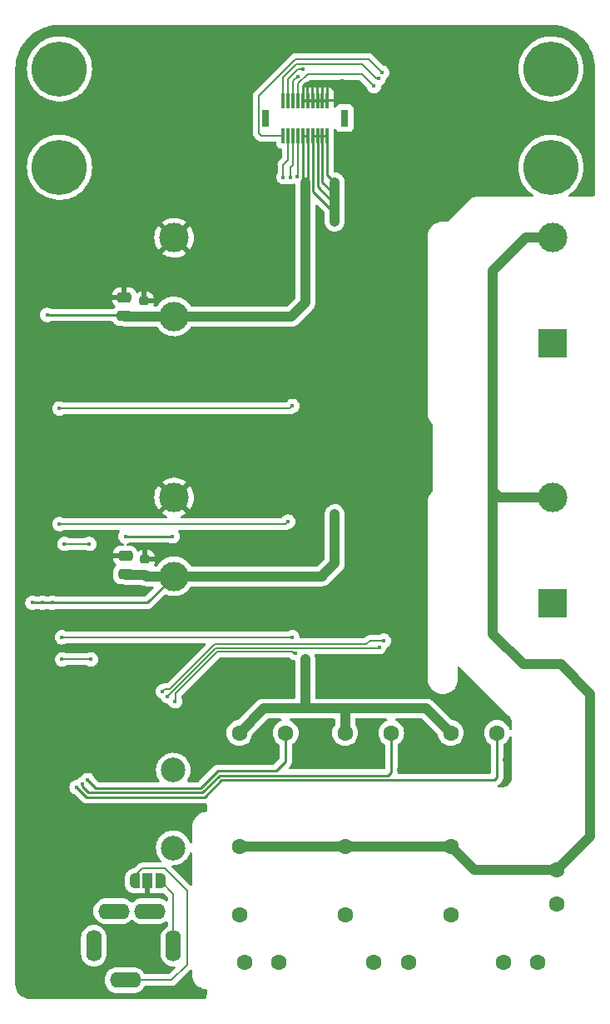
<source format=gbl>
G04 #@! TF.GenerationSoftware,KiCad,Pcbnew,(6.0.11-0)*
G04 #@! TF.CreationDate,2025-05-14T22:18:42-06:00*
G04 #@! TF.ProjectId,AnalogPCB,416e616c-6f67-4504-9342-2e6b69636164,rev?*
G04 #@! TF.SameCoordinates,Original*
G04 #@! TF.FileFunction,Copper,L2,Bot*
G04 #@! TF.FilePolarity,Positive*
%FSLAX46Y46*%
G04 Gerber Fmt 4.6, Leading zero omitted, Abs format (unit mm)*
G04 Created by KiCad (PCBNEW (6.0.11-0)) date 2025-05-14 22:18:42*
%MOMM*%
%LPD*%
G01*
G04 APERTURE LIST*
G04 Aperture macros list*
%AMRoundRect*
0 Rectangle with rounded corners*
0 $1 Rounding radius*
0 $2 $3 $4 $5 $6 $7 $8 $9 X,Y pos of 4 corners*
0 Add a 4 corners polygon primitive as box body*
4,1,4,$2,$3,$4,$5,$6,$7,$8,$9,$2,$3,0*
0 Add four circle primitives for the rounded corners*
1,1,$1+$1,$2,$3*
1,1,$1+$1,$4,$5*
1,1,$1+$1,$6,$7*
1,1,$1+$1,$8,$9*
0 Add four rect primitives between the rounded corners*
20,1,$1+$1,$2,$3,$4,$5,0*
20,1,$1+$1,$4,$5,$6,$7,0*
20,1,$1+$1,$6,$7,$8,$9,0*
20,1,$1+$1,$8,$9,$2,$3,0*%
%AMFreePoly0*
4,1,22,0.550000,-0.750000,0.000000,-0.750000,0.000000,-0.745033,-0.079941,-0.743568,-0.215256,-0.701293,-0.333266,-0.622738,-0.424486,-0.514219,-0.481581,-0.384460,-0.499164,-0.250000,-0.500000,-0.250000,-0.500000,0.250000,-0.499164,0.250000,-0.499963,0.256109,-0.478152,0.396186,-0.417904,0.524511,-0.324060,0.630769,-0.204165,0.706417,-0.067858,0.745374,0.000000,0.744959,0.000000,0.750000,
0.550000,0.750000,0.550000,-0.750000,0.550000,-0.750000,$1*%
%AMFreePoly1*
4,1,20,0.000000,0.744959,0.073905,0.744508,0.209726,0.703889,0.328688,0.626782,0.421226,0.519385,0.479903,0.390333,0.500000,0.250000,0.500000,-0.250000,0.499851,-0.262216,0.476331,-0.402017,0.414519,-0.529596,0.319384,-0.634700,0.198574,-0.708877,0.061801,-0.746166,0.000000,-0.745033,0.000000,-0.750000,-0.550000,-0.750000,-0.550000,0.750000,0.000000,0.750000,0.000000,0.744959,
0.000000,0.744959,$1*%
G04 Aperture macros list end*
G04 #@! TA.AperFunction,ComponentPad*
%ADD10C,1.600200*%
G04 #@! TD*
G04 #@! TA.AperFunction,ComponentPad*
%ADD11R,3.000000X3.000000*%
G04 #@! TD*
G04 #@! TA.AperFunction,ComponentPad*
%ADD12C,3.000000*%
G04 #@! TD*
G04 #@! TA.AperFunction,ComponentPad*
%ADD13C,5.600000*%
G04 #@! TD*
G04 #@! TA.AperFunction,ComponentPad*
%ADD14C,2.500000*%
G04 #@! TD*
G04 #@! TA.AperFunction,SMDPad,CuDef*
%ADD15FreePoly0,180.000000*%
G04 #@! TD*
G04 #@! TA.AperFunction,SMDPad,CuDef*
%ADD16R,1.000000X1.500000*%
G04 #@! TD*
G04 #@! TA.AperFunction,SMDPad,CuDef*
%ADD17FreePoly1,180.000000*%
G04 #@! TD*
G04 #@! TA.AperFunction,SMDPad,CuDef*
%ADD18RoundRect,0.225000X-0.250000X0.225000X-0.250000X-0.225000X0.250000X-0.225000X0.250000X0.225000X0*%
G04 #@! TD*
G04 #@! TA.AperFunction,SMDPad,CuDef*
%ADD19RoundRect,0.250000X0.475000X-0.250000X0.475000X0.250000X-0.475000X0.250000X-0.475000X-0.250000X0*%
G04 #@! TD*
G04 #@! TA.AperFunction,ComponentPad*
%ADD20O,3.200000X1.600000*%
G04 #@! TD*
G04 #@! TA.AperFunction,ComponentPad*
%ADD21O,1.600000X3.200000*%
G04 #@! TD*
G04 #@! TA.AperFunction,SMDPad,CuDef*
%ADD22R,0.300000X1.600000*%
G04 #@! TD*
G04 #@! TA.AperFunction,SMDPad,CuDef*
%ADD23R,0.800000X1.800000*%
G04 #@! TD*
G04 #@! TA.AperFunction,ViaPad*
%ADD24C,0.450000*%
G04 #@! TD*
G04 #@! TA.AperFunction,ViaPad*
%ADD25C,0.500000*%
G04 #@! TD*
G04 #@! TA.AperFunction,Conductor*
%ADD26C,0.250000*%
G04 #@! TD*
G04 #@! TA.AperFunction,Conductor*
%ADD27C,0.160000*%
G04 #@! TD*
G04 #@! TA.AperFunction,Conductor*
%ADD28C,1.000000*%
G04 #@! TD*
G04 APERTURE END LIST*
D10*
X105609500Y-136352300D03*
X105609500Y-139857500D03*
X103647700Y-145809500D03*
X100142500Y-145809500D03*
X90497700Y-145800000D03*
X86992500Y-145800000D03*
X77347700Y-145800000D03*
X73842500Y-145800000D03*
D11*
X105157500Y-109300000D03*
D12*
X105157500Y-98550000D03*
X66657500Y-98550000D03*
X66657500Y-106550000D03*
D10*
X94809750Y-122474951D03*
X94809750Y-133974951D03*
X94809750Y-140974950D03*
X99509751Y-122474951D03*
D13*
X55000000Y-65000000D03*
D10*
X73309750Y-122474951D03*
X73309750Y-133974951D03*
X73309750Y-140974950D03*
X78009751Y-122474951D03*
D13*
X55000000Y-55000000D03*
X105000000Y-55000000D03*
D10*
X84059750Y-122474951D03*
X84059750Y-133974951D03*
X84059750Y-140974950D03*
X88759751Y-122474951D03*
D11*
X105157500Y-82900000D03*
D12*
X105157500Y-72150000D03*
X66657500Y-72150000D03*
X66657500Y-80150000D03*
D14*
X66575000Y-126250000D03*
X66575000Y-134150000D03*
D13*
X105000000Y-65000000D03*
D15*
X65250000Y-137500000D03*
D16*
X63950000Y-137500000D03*
D17*
X62650000Y-137500000D03*
D18*
X63600000Y-78600000D03*
X63600000Y-80150000D03*
X63700000Y-104845000D03*
X63700000Y-106395000D03*
D19*
X61700000Y-106350000D03*
X61700000Y-104450000D03*
D20*
X61700000Y-147587500D03*
D21*
X66600000Y-144087500D03*
X58500000Y-144087500D03*
D20*
X64200000Y-140587500D03*
X60550000Y-140587500D03*
D22*
X82250000Y-61800000D03*
X82250000Y-58200000D03*
X81750000Y-61800000D03*
X81750000Y-58200000D03*
X81250000Y-61800000D03*
X81250000Y-58200000D03*
X80750000Y-61800000D03*
X80750000Y-58200000D03*
X80250000Y-61800000D03*
X80250000Y-58200000D03*
X79750000Y-61800000D03*
X79750000Y-58200000D03*
X79250000Y-61800000D03*
X79250000Y-58200000D03*
X78750000Y-61800000D03*
X78750000Y-58200000D03*
X78250000Y-61800000D03*
X78250000Y-58200000D03*
X77750000Y-61800000D03*
X77750000Y-58200000D03*
D23*
X84000000Y-60000000D03*
X76000000Y-60000000D03*
D19*
X61600000Y-80105000D03*
X61600000Y-78205000D03*
D24*
X60500000Y-91750000D03*
X80250000Y-56500000D03*
X50750000Y-143500000D03*
X52750000Y-120750000D03*
X52750000Y-83750000D03*
X59500000Y-103750000D03*
X51500000Y-110750000D03*
X54700000Y-120200000D03*
X89500000Y-126250000D03*
X56400000Y-106200000D03*
X87750000Y-124500000D03*
X69750000Y-122500000D03*
X51250000Y-120750000D03*
X76500000Y-63500000D03*
X55750000Y-92500000D03*
X53500000Y-148000000D03*
X60000000Y-108250000D03*
X67750000Y-136750000D03*
D25*
X98500000Y-125500000D03*
D24*
X56500000Y-104500000D03*
X53000000Y-138250000D03*
X100250000Y-125250000D03*
X53250000Y-104500000D03*
X55750000Y-73750000D03*
X66750000Y-130250000D03*
X68000000Y-132250000D03*
X68500000Y-149000000D03*
X63500000Y-76000000D03*
X75500000Y-122500000D03*
X97250000Y-122500000D03*
X53250000Y-92750000D03*
X53500000Y-97250000D03*
X55750000Y-77500000D03*
X53500000Y-108250000D03*
X86500000Y-122100000D03*
X62250000Y-144250000D03*
X52500000Y-113750000D03*
X61000000Y-124750000D03*
X79750000Y-55029500D03*
X83750000Y-56250000D03*
X84000000Y-63750000D03*
D25*
X56000000Y-117200000D03*
D24*
X61500000Y-76000000D03*
X52500000Y-102000000D03*
X59750000Y-96750000D03*
X79800000Y-122800000D03*
X61700000Y-102500000D03*
X83000000Y-68500000D03*
X83000000Y-67500000D03*
X53250000Y-109250000D03*
X54250000Y-109250000D03*
X83000000Y-104250000D03*
X83000000Y-70500000D03*
X83000000Y-100250000D03*
X83000000Y-66500000D03*
X66500000Y-102500000D03*
X83000000Y-102250000D03*
X83000000Y-101250000D03*
X52250000Y-109250000D03*
X83000000Y-103250000D03*
X83000000Y-69500000D03*
X80000000Y-77250000D03*
X80000000Y-115000000D03*
X80000000Y-76250000D03*
X80000000Y-78250000D03*
X80000000Y-118000000D03*
X53750000Y-80000000D03*
X80000000Y-74250000D03*
X80000000Y-117000000D03*
X80000000Y-75250000D03*
X80000000Y-120000000D03*
X80000000Y-119000000D03*
X80000000Y-116000000D03*
X61600000Y-80105000D03*
X56750000Y-128000000D03*
X57846540Y-127267682D03*
X58200000Y-115000000D03*
X55250000Y-115000000D03*
X58029500Y-103246028D03*
X55500000Y-103250000D03*
X57341906Y-127676580D03*
X55000000Y-89500000D03*
X78690500Y-89250000D03*
X78476542Y-66000927D03*
X77777040Y-65999704D03*
X78690500Y-112750000D03*
X55250000Y-112750000D03*
X79250000Y-55750000D03*
X55000000Y-101250000D03*
X78250000Y-101000000D03*
X66750000Y-119250000D03*
X79175500Y-65973312D03*
X79000000Y-114359500D03*
X87000000Y-56750000D03*
X87821188Y-55377139D03*
X88004500Y-113100000D03*
X65500000Y-118250000D03*
X87529500Y-113750000D03*
X87470500Y-55982384D03*
X66000000Y-118750000D03*
D26*
X79750000Y-58200000D02*
X82250000Y-58200000D01*
X79750000Y-58200000D02*
X79750000Y-56750000D01*
X79750000Y-56750000D02*
X80000000Y-56500000D01*
X80000000Y-56500000D02*
X80250000Y-56500000D01*
D27*
X78250000Y-58200000D02*
X78250000Y-56000000D01*
X78250000Y-56000000D02*
X79220500Y-55029500D01*
X79220500Y-55029500D02*
X79750000Y-55029500D01*
D26*
X81250000Y-61800000D02*
X81250000Y-67000000D01*
X80750000Y-61800000D02*
X80750000Y-65750000D01*
D28*
X66657500Y-106550000D02*
X81700000Y-106550000D01*
X81700000Y-106550000D02*
X82000000Y-106250000D01*
D26*
X52250000Y-109250000D02*
X63957500Y-109250000D01*
D28*
X83000000Y-69500000D02*
X83000000Y-68750000D01*
D26*
X81750000Y-61800000D02*
X81750000Y-66500000D01*
X81250000Y-67000000D02*
X83000000Y-68750000D01*
X82825000Y-69500000D02*
X83000000Y-69500000D01*
D28*
X83000000Y-105250000D02*
X83000000Y-100250000D01*
D26*
X80750000Y-65750000D02*
X80825000Y-65825000D01*
X80825000Y-67500000D02*
X82825000Y-69500000D01*
X63957500Y-109250000D02*
X66657500Y-106550000D01*
X81750000Y-66500000D02*
X83000000Y-67750000D01*
D28*
X63855000Y-106550000D02*
X63700000Y-106395000D01*
X63700000Y-106395000D02*
X63605000Y-106395000D01*
D26*
X66500000Y-102500000D02*
X61700000Y-102500000D01*
D28*
X63605000Y-106395000D02*
X61745000Y-106395000D01*
X83000000Y-67750000D02*
X83000000Y-67500000D01*
X82000000Y-106250000D02*
X83000000Y-105250000D01*
D26*
X82250000Y-65750000D02*
X83000000Y-66500000D01*
X82250000Y-61800000D02*
X82250000Y-65750000D01*
X82250000Y-61800000D02*
X80750000Y-61800000D01*
X80825000Y-65825000D02*
X80825000Y-67500000D01*
D28*
X83000000Y-68500000D02*
X83000000Y-70500000D01*
X66657500Y-106550000D02*
X63855000Y-106550000D01*
X83000000Y-67500000D02*
X83000000Y-66500000D01*
X83000000Y-68500000D02*
X83000000Y-67750000D01*
X61745000Y-106395000D02*
X61700000Y-106350000D01*
X83000000Y-68750000D02*
X83000000Y-68500000D01*
X84059750Y-120059750D02*
X84059750Y-122474951D01*
X80000000Y-116000000D02*
X80000000Y-115000000D01*
X66657500Y-80150000D02*
X78600000Y-80150000D01*
X75784701Y-120000000D02*
X80000000Y-120000000D01*
X66657500Y-80150000D02*
X63600000Y-80150000D01*
X78600000Y-80150000D02*
X80000000Y-78750000D01*
D26*
X80250000Y-66250000D02*
X80000000Y-66500000D01*
X79750000Y-61800000D02*
X79750000Y-66250000D01*
D28*
X80000000Y-78750000D02*
X80000000Y-66500000D01*
X80000000Y-120000000D02*
X80000000Y-119000000D01*
D26*
X80250000Y-61800000D02*
X79750000Y-61800000D01*
X80250000Y-61800000D02*
X80250000Y-66250000D01*
D28*
X80000000Y-117000000D02*
X80000000Y-116000000D01*
D26*
X79750000Y-66250000D02*
X80000000Y-66500000D01*
D28*
X92334799Y-120000000D02*
X94809750Y-122474951D01*
X80000000Y-118000000D02*
X80000000Y-117000000D01*
X80000000Y-119000000D02*
X80000000Y-118000000D01*
X61645000Y-80150000D02*
X61600000Y-80105000D01*
X84000000Y-120000000D02*
X84059750Y-120059750D01*
X73309750Y-122474951D02*
X75784701Y-120000000D01*
X63600000Y-80150000D02*
X61645000Y-80150000D01*
X80000000Y-120000000D02*
X84000000Y-120000000D01*
X84000000Y-120000000D02*
X92334799Y-120000000D01*
D26*
X53750000Y-80000000D02*
X61495000Y-80000000D01*
X57750000Y-129000000D02*
X56750000Y-128000000D01*
X69750000Y-129000000D02*
X57750000Y-129000000D01*
X99509751Y-126990249D02*
X99509751Y-122474951D01*
X99250000Y-127250000D02*
X71500000Y-127250000D01*
X71500000Y-127250000D02*
X69750000Y-129000000D01*
X99250000Y-127250000D02*
X99509751Y-126990249D01*
X69377208Y-128100000D02*
X71127208Y-126350000D01*
X77050000Y-126350000D02*
X78009751Y-125390249D01*
X71127208Y-126350000D02*
X77050000Y-126350000D01*
X58678858Y-128100000D02*
X69377208Y-128100000D01*
X78009751Y-125390249D02*
X78009751Y-122474951D01*
X57846540Y-127267682D02*
X58678858Y-128100000D01*
D27*
X58200000Y-115000000D02*
X55250000Y-115000000D01*
X58029500Y-103246028D02*
X55503972Y-103246028D01*
X55503972Y-103246028D02*
X55500000Y-103250000D01*
D28*
X99100000Y-97900000D02*
X99100000Y-75500000D01*
X94809750Y-133974951D02*
X73309750Y-133974951D01*
X99750000Y-98550000D02*
X99100000Y-97900000D01*
X97187099Y-136352300D02*
X94809750Y-133974951D01*
X99100000Y-75500000D02*
X102450000Y-72150000D01*
X105609500Y-136352300D02*
X97187099Y-136352300D01*
X102200000Y-115500000D02*
X106000000Y-115500000D01*
X99100000Y-97900000D02*
X99100000Y-112400000D01*
X99100000Y-112400000D02*
X102200000Y-115500000D01*
X102450000Y-72150000D02*
X105157500Y-72150000D01*
X106000000Y-115500000D02*
X109000000Y-118500000D01*
X109000000Y-132961800D02*
X105609500Y-136352300D01*
X105157500Y-98550000D02*
X99750000Y-98550000D01*
X109000000Y-118500000D02*
X109000000Y-132961800D01*
D26*
X57936396Y-128550000D02*
X69563604Y-128550000D01*
X57341906Y-127955510D02*
X57936396Y-128550000D01*
X69563604Y-128550000D02*
X71313604Y-126800000D01*
X88400000Y-126800000D02*
X88759751Y-126440249D01*
X88759751Y-126440249D02*
X88759751Y-122474951D01*
X57341906Y-127676580D02*
X57341906Y-127955510D01*
X71313604Y-126800000D02*
X88400000Y-126800000D01*
D27*
X78750000Y-61800000D02*
X78750000Y-64750000D01*
X78440500Y-89500000D02*
X78690500Y-89250000D01*
X78750000Y-64750000D02*
X78476542Y-65023458D01*
X55000000Y-89500000D02*
X78440500Y-89500000D01*
X78476542Y-65023458D02*
X78476542Y-66000927D01*
X55250000Y-112750000D02*
X78690500Y-112750000D01*
X78250000Y-64250000D02*
X77777040Y-64722960D01*
X78250000Y-61800000D02*
X78250000Y-64250000D01*
X77777040Y-64722960D02*
X77777040Y-65999704D01*
X55000000Y-101250000D02*
X78000000Y-101250000D01*
X78000000Y-101250000D02*
X78250000Y-101000000D01*
X78750000Y-58200000D02*
X78750000Y-56250000D01*
X78750000Y-56250000D02*
X79250000Y-55750000D01*
X79250000Y-61800000D02*
X79250000Y-65898812D01*
X78859500Y-114359500D02*
X78690000Y-114190000D01*
X71069116Y-114190000D02*
X66780000Y-118479116D01*
X78690000Y-114190000D02*
X71069116Y-114190000D01*
X79250000Y-65898812D02*
X79175500Y-65973312D01*
X66780000Y-118479116D02*
X66780000Y-119220000D01*
X66780000Y-119220000D02*
X66750000Y-119250000D01*
X79000000Y-114359500D02*
X78859500Y-114359500D01*
X79250000Y-56500000D02*
X79250000Y-58200000D01*
X87000000Y-56750000D02*
X85750000Y-55500000D01*
X80250000Y-55500000D02*
X79250000Y-56500000D01*
X85750000Y-55500000D02*
X80250000Y-55500000D01*
X66600000Y-138850000D02*
X66600000Y-144087500D01*
X65250000Y-137500000D02*
X66600000Y-138850000D01*
X65750000Y-118000000D02*
X65500000Y-118250000D01*
X86600000Y-113100000D02*
X88004500Y-113100000D01*
X70770883Y-113470000D02*
X86230000Y-113470000D01*
X75550000Y-61800000D02*
X75250000Y-61500000D01*
X77750000Y-61800000D02*
X75550000Y-61800000D01*
X86444049Y-54000000D02*
X87821188Y-55377139D01*
X75250000Y-61500000D02*
X75250000Y-57750000D01*
X79000000Y-54000000D02*
X86444049Y-54000000D01*
X66240884Y-118000000D02*
X70770883Y-113470000D01*
X86230000Y-113470000D02*
X86600000Y-113100000D01*
X65750000Y-118000000D02*
X66240884Y-118000000D01*
X75250000Y-57750000D02*
X79000000Y-54000000D01*
X77750000Y-55850875D02*
X77750000Y-58200000D01*
X87449500Y-113830000D02*
X70920000Y-113830000D01*
X87232384Y-55982384D02*
X85750000Y-54500000D01*
X87529500Y-113750000D02*
X87449500Y-113830000D01*
X87470500Y-55982384D02*
X87232384Y-55982384D01*
X70920000Y-113830000D02*
X66000000Y-118750000D01*
X79100875Y-54500000D02*
X77750000Y-55850875D01*
X85750000Y-54500000D02*
X79100875Y-54500000D01*
X68000000Y-146000000D02*
X66412500Y-147587500D01*
X68000000Y-138500000D02*
X68000000Y-146000000D01*
X66412500Y-147587500D02*
X61700000Y-147587500D01*
X65750000Y-136250000D02*
X68000000Y-138500000D01*
X62650000Y-136990000D02*
X63390000Y-136250000D01*
X63390000Y-136250000D02*
X65750000Y-136250000D01*
G04 #@! TA.AperFunction,Conductor*
G36*
X104970018Y-50510000D02*
G01*
X104984851Y-50512310D01*
X104984855Y-50512310D01*
X104993724Y-50513691D01*
X105014183Y-50511016D01*
X105036007Y-50510072D01*
X105385965Y-50525352D01*
X105396913Y-50526310D01*
X105774498Y-50576019D01*
X105785307Y-50577926D01*
X106157114Y-50660353D01*
X106167731Y-50663198D01*
X106530939Y-50777718D01*
X106541254Y-50781471D01*
X106893123Y-50927220D01*
X106903067Y-50931858D01*
X107240867Y-51107705D01*
X107250387Y-51113201D01*
X107571574Y-51317820D01*
X107580578Y-51324124D01*
X107882716Y-51555962D01*
X107891137Y-51563028D01*
X108171914Y-51820314D01*
X108179686Y-51828086D01*
X108436972Y-52108863D01*
X108444038Y-52117284D01*
X108675876Y-52419422D01*
X108682180Y-52428426D01*
X108886799Y-52749613D01*
X108892294Y-52759132D01*
X109017459Y-52999570D01*
X109068138Y-53096924D01*
X109072780Y-53106877D01*
X109205233Y-53426647D01*
X109218526Y-53458739D01*
X109222282Y-53469061D01*
X109278257Y-53646587D01*
X109336802Y-53832268D01*
X109339647Y-53842886D01*
X109422073Y-54214685D01*
X109423981Y-54225502D01*
X109431841Y-54285206D01*
X109473690Y-54603086D01*
X109474648Y-54614035D01*
X109487730Y-54913646D01*
X109489603Y-54956552D01*
X109488223Y-54981429D01*
X109486309Y-54993724D01*
X109487473Y-55002626D01*
X109487473Y-55002628D01*
X109488771Y-55012552D01*
X109490390Y-55024928D01*
X109490436Y-55025283D01*
X109491500Y-55041621D01*
X109491500Y-67790195D01*
X109471498Y-67858316D01*
X109424894Y-67901318D01*
X109393627Y-67918030D01*
X109370810Y-67927482D01*
X109206957Y-67977185D01*
X109182740Y-67982001D01*
X109006163Y-67999393D01*
X108993813Y-68000000D01*
X106886804Y-68000000D01*
X106818683Y-67979998D01*
X106772190Y-67926342D01*
X106762086Y-67856068D01*
X106791580Y-67791488D01*
X106822471Y-67765662D01*
X106843207Y-67753350D01*
X107129786Y-67538180D01*
X107391451Y-67293319D01*
X107625140Y-67021630D01*
X107819451Y-66738906D01*
X107826190Y-66729101D01*
X107826195Y-66729094D01*
X107828120Y-66726292D01*
X107829732Y-66723298D01*
X107829737Y-66723290D01*
X107996395Y-66413772D01*
X107998017Y-66410760D01*
X108132842Y-66078724D01*
X108143142Y-66042568D01*
X108204794Y-65826136D01*
X108231020Y-65734070D01*
X108291401Y-65380828D01*
X108293511Y-65346340D01*
X108313168Y-65024928D01*
X108313278Y-65023131D01*
X108313359Y-65000000D01*
X108293979Y-64642159D01*
X108236066Y-64288505D01*
X108140297Y-63943173D01*
X108137243Y-63935497D01*
X108009052Y-63613369D01*
X108007793Y-63610205D01*
X107977768Y-63553498D01*
X107841702Y-63296513D01*
X107841698Y-63296506D01*
X107840103Y-63293494D01*
X107639190Y-62996746D01*
X107407403Y-62723432D01*
X107147454Y-62476750D01*
X106862384Y-62259585D01*
X106859472Y-62257828D01*
X106859467Y-62257825D01*
X106558443Y-62076236D01*
X106558437Y-62076233D01*
X106555528Y-62074478D01*
X106230475Y-61923593D01*
X106060752Y-61866145D01*
X105894255Y-61809789D01*
X105894250Y-61809788D01*
X105891028Y-61808697D01*
X105692681Y-61764724D01*
X105544493Y-61731871D01*
X105544487Y-61731870D01*
X105541158Y-61731132D01*
X105537769Y-61730758D01*
X105537764Y-61730757D01*
X105188338Y-61692180D01*
X105188333Y-61692180D01*
X105184957Y-61691807D01*
X105181558Y-61691801D01*
X105181557Y-61691801D01*
X105012080Y-61691505D01*
X104826592Y-61691182D01*
X104713413Y-61703277D01*
X104473639Y-61728901D01*
X104473631Y-61728902D01*
X104470256Y-61729263D01*
X104120117Y-61805606D01*
X103780271Y-61919317D01*
X103777178Y-61920739D01*
X103777177Y-61920740D01*
X103770974Y-61923593D01*
X103454694Y-62069066D01*
X103451760Y-62070822D01*
X103451758Y-62070823D01*
X103202964Y-62219723D01*
X103147193Y-62253101D01*
X103144467Y-62255163D01*
X103144465Y-62255164D01*
X102870771Y-62462158D01*
X102861367Y-62469270D01*
X102600559Y-62715043D01*
X102367819Y-62987546D01*
X102365900Y-62990358D01*
X102365897Y-62990363D01*
X102285310Y-63108500D01*
X102165871Y-63283591D01*
X101997077Y-63599714D01*
X101863411Y-63932218D01*
X101862491Y-63935492D01*
X101862489Y-63935497D01*
X101767421Y-64273713D01*
X101766437Y-64277213D01*
X101765875Y-64280570D01*
X101765875Y-64280571D01*
X101717554Y-64569330D01*
X101707290Y-64630663D01*
X101686661Y-64988434D01*
X101704792Y-65346340D01*
X101705329Y-65349695D01*
X101705330Y-65349701D01*
X101710316Y-65380828D01*
X101761470Y-65700195D01*
X101856033Y-66045859D01*
X101987374Y-66379288D01*
X102018151Y-66437909D01*
X102142793Y-66675317D01*
X102153957Y-66696582D01*
X102155858Y-66699411D01*
X102155864Y-66699421D01*
X102339569Y-66972800D01*
X102353834Y-66994029D01*
X102584665Y-67268150D01*
X102843751Y-67515738D01*
X103128061Y-67733897D01*
X103130979Y-67735671D01*
X103181417Y-67766338D01*
X103229232Y-67818819D01*
X103241083Y-67888820D01*
X103213208Y-67954115D01*
X103154457Y-67993974D01*
X103115958Y-68000000D01*
X97414214Y-68000000D01*
X97411141Y-68000303D01*
X97411134Y-68000303D01*
X97293354Y-68011904D01*
X97219123Y-68019215D01*
X97213203Y-68021011D01*
X97213197Y-68021012D01*
X97078035Y-68062013D01*
X97031530Y-68076120D01*
X96858643Y-68168530D01*
X96853858Y-68172457D01*
X96709502Y-68290927D01*
X96709497Y-68290932D01*
X96707107Y-68292893D01*
X94494517Y-70505483D01*
X94432205Y-70539509D01*
X94376008Y-70538907D01*
X94241524Y-70506620D01*
X94241518Y-70506619D01*
X94236711Y-70505465D01*
X94000000Y-70486835D01*
X93763289Y-70505465D01*
X93758482Y-70506619D01*
X93758476Y-70506620D01*
X93623993Y-70538907D01*
X93532406Y-70560895D01*
X93527835Y-70562788D01*
X93527833Y-70562789D01*
X93317611Y-70649865D01*
X93317607Y-70649867D01*
X93313037Y-70651760D01*
X93308817Y-70654346D01*
X93114798Y-70773241D01*
X93114792Y-70773245D01*
X93110584Y-70775824D01*
X92930031Y-70930031D01*
X92775824Y-71110584D01*
X92773245Y-71114792D01*
X92773241Y-71114798D01*
X92686084Y-71257025D01*
X92651760Y-71313037D01*
X92649867Y-71317607D01*
X92649865Y-71317611D01*
X92568786Y-71513355D01*
X92560895Y-71532406D01*
X92505465Y-71763289D01*
X92505077Y-71768223D01*
X92488746Y-71975720D01*
X92487785Y-71983921D01*
X92487821Y-71984011D01*
X92486309Y-71993724D01*
X92486946Y-71998593D01*
X92486835Y-72000000D01*
X92487130Y-72000000D01*
X92488380Y-72009560D01*
X92488380Y-72009562D01*
X92490436Y-72025283D01*
X92491500Y-72041620D01*
X92491500Y-89950633D01*
X92490000Y-89970018D01*
X92489526Y-89973065D01*
X92486309Y-89993724D01*
X92487130Y-90000000D01*
X92486835Y-90000000D01*
X92505465Y-90236711D01*
X92560895Y-90467594D01*
X92651760Y-90686963D01*
X92654346Y-90691183D01*
X92773241Y-90885202D01*
X92773245Y-90885208D01*
X92775824Y-90889416D01*
X92930031Y-91069969D01*
X92955832Y-91092005D01*
X92994639Y-91151452D01*
X93000000Y-91187814D01*
X93000000Y-97812186D01*
X92979998Y-97880307D01*
X92955835Y-97907992D01*
X92930031Y-97930031D01*
X92775824Y-98110584D01*
X92773245Y-98114792D01*
X92773241Y-98114798D01*
X92689289Y-98251795D01*
X92651760Y-98313037D01*
X92560895Y-98532406D01*
X92505465Y-98763289D01*
X92493227Y-98918790D01*
X92488746Y-98975720D01*
X92487785Y-98983921D01*
X92487821Y-98984011D01*
X92486309Y-98993724D01*
X92486946Y-98998593D01*
X92486835Y-99000000D01*
X92487130Y-99000000D01*
X92488380Y-99009560D01*
X92488380Y-99009562D01*
X92490436Y-99025283D01*
X92491500Y-99041620D01*
X92491500Y-116950633D01*
X92490000Y-116970018D01*
X92486309Y-116993724D01*
X92487130Y-117000000D01*
X92486835Y-117000000D01*
X92505465Y-117236711D01*
X92560895Y-117467594D01*
X92562788Y-117472165D01*
X92562789Y-117472167D01*
X92646087Y-117673266D01*
X92651760Y-117686963D01*
X92654346Y-117691183D01*
X92773241Y-117885202D01*
X92773245Y-117885208D01*
X92775824Y-117889416D01*
X92930031Y-118069969D01*
X93110584Y-118224176D01*
X93114792Y-118226755D01*
X93114798Y-118226759D01*
X93194865Y-118275824D01*
X93313037Y-118348240D01*
X93317607Y-118350133D01*
X93317611Y-118350135D01*
X93462509Y-118410153D01*
X93532406Y-118439105D01*
X93612609Y-118458360D01*
X93758476Y-118493380D01*
X93758482Y-118493381D01*
X93763289Y-118494535D01*
X94000000Y-118513165D01*
X94236711Y-118494535D01*
X94241518Y-118493381D01*
X94241524Y-118493380D01*
X94387391Y-118458360D01*
X94467594Y-118439105D01*
X94537491Y-118410153D01*
X94682389Y-118350135D01*
X94682393Y-118350133D01*
X94686963Y-118348240D01*
X94805135Y-118275824D01*
X94885202Y-118226759D01*
X94885208Y-118226755D01*
X94889416Y-118224176D01*
X95069969Y-118069969D01*
X95224176Y-117889416D01*
X95226755Y-117885208D01*
X95226759Y-117885202D01*
X95345654Y-117691183D01*
X95348240Y-117686963D01*
X95353914Y-117673266D01*
X95437211Y-117472167D01*
X95437212Y-117472165D01*
X95439105Y-117467594D01*
X95494535Y-117236711D01*
X95510512Y-117033704D01*
X95511871Y-117022684D01*
X95512768Y-117017356D01*
X95512768Y-117017351D01*
X95513576Y-117012552D01*
X95513729Y-117000000D01*
X95509773Y-116972376D01*
X95508500Y-116954514D01*
X95508500Y-115812690D01*
X95528502Y-115744569D01*
X95582158Y-115698076D01*
X95652432Y-115687972D01*
X95717012Y-115717466D01*
X95723595Y-115723595D01*
X100702725Y-120702725D01*
X100711029Y-120711886D01*
X100823597Y-120849050D01*
X100837320Y-120869588D01*
X100918029Y-121020584D01*
X100927482Y-121043403D01*
X100977185Y-121207256D01*
X100982001Y-121231473D01*
X100992740Y-121340498D01*
X100999393Y-121408051D01*
X101000000Y-121420401D01*
X101000000Y-122023528D01*
X100979998Y-122091649D01*
X100926342Y-122138142D01*
X100856068Y-122148246D01*
X100791488Y-122118752D01*
X100752293Y-122056139D01*
X100745553Y-122030984D01*
X100745552Y-122030982D01*
X100744130Y-122025674D01*
X100741807Y-122020692D01*
X100649687Y-121823139D01*
X100649684Y-121823134D01*
X100647361Y-121818152D01*
X100516026Y-121630586D01*
X100354116Y-121468676D01*
X100285173Y-121420401D01*
X100267535Y-121408051D01*
X100166551Y-121337341D01*
X100161569Y-121335018D01*
X100161564Y-121335015D01*
X99964010Y-121242895D01*
X99964009Y-121242895D01*
X99959028Y-121240572D01*
X99953720Y-121239150D01*
X99953718Y-121239149D01*
X99743170Y-121182733D01*
X99743168Y-121182733D01*
X99737855Y-121181309D01*
X99509751Y-121161352D01*
X99281647Y-121181309D01*
X99276334Y-121182733D01*
X99276332Y-121182733D01*
X99065784Y-121239149D01*
X99065782Y-121239150D01*
X99060474Y-121240572D01*
X99055493Y-121242894D01*
X99055492Y-121242895D01*
X98857939Y-121335015D01*
X98857934Y-121335018D01*
X98852952Y-121337341D01*
X98848445Y-121340497D01*
X98848443Y-121340498D01*
X98669897Y-121465517D01*
X98669894Y-121465519D01*
X98665386Y-121468676D01*
X98503476Y-121630586D01*
X98372141Y-121818152D01*
X98369818Y-121823134D01*
X98369815Y-121823139D01*
X98277695Y-122020692D01*
X98275372Y-122025674D01*
X98216109Y-122246847D01*
X98196152Y-122474951D01*
X98216109Y-122703055D01*
X98275372Y-122924228D01*
X98277694Y-122929209D01*
X98277695Y-122929210D01*
X98369815Y-123126763D01*
X98369818Y-123126768D01*
X98372141Y-123131750D01*
X98503476Y-123319316D01*
X98665386Y-123481226D01*
X98669894Y-123484383D01*
X98669897Y-123484385D01*
X98822522Y-123591254D01*
X98866850Y-123646711D01*
X98876251Y-123694467D01*
X98876251Y-126490500D01*
X98856249Y-126558621D01*
X98802593Y-126605114D01*
X98750251Y-126616500D01*
X89520760Y-126616500D01*
X89452639Y-126596498D01*
X89406146Y-126542842D01*
X89397032Y-126476077D01*
X89396482Y-126476060D01*
X89396585Y-126472797D01*
X89396311Y-126470793D01*
X89396731Y-126468142D01*
X89396731Y-126468133D01*
X89397971Y-126460306D01*
X89393810Y-126416287D01*
X89393251Y-126404430D01*
X89393251Y-123694467D01*
X89413253Y-123626346D01*
X89446980Y-123591254D01*
X89599605Y-123484385D01*
X89599608Y-123484383D01*
X89604116Y-123481226D01*
X89766026Y-123319316D01*
X89897361Y-123131750D01*
X89899684Y-123126768D01*
X89899687Y-123126763D01*
X89991807Y-122929210D01*
X89991808Y-122929209D01*
X89994130Y-122924228D01*
X90053393Y-122703055D01*
X90073350Y-122474951D01*
X90053393Y-122246847D01*
X89994130Y-122025674D01*
X89991807Y-122020692D01*
X89899687Y-121823139D01*
X89899684Y-121823134D01*
X89897361Y-121818152D01*
X89766026Y-121630586D01*
X89604116Y-121468676D01*
X89535173Y-121420401D01*
X89517535Y-121408051D01*
X89416551Y-121337341D01*
X89411569Y-121335018D01*
X89411564Y-121335015D01*
X89226448Y-121248695D01*
X89173163Y-121201778D01*
X89153702Y-121133501D01*
X89174244Y-121065541D01*
X89228266Y-121019475D01*
X89279698Y-121008500D01*
X91864874Y-121008500D01*
X91932995Y-121028502D01*
X91953969Y-121045405D01*
X93474522Y-122565958D01*
X93508548Y-122628270D01*
X93510947Y-122644070D01*
X93516108Y-122703055D01*
X93575371Y-122924228D01*
X93577693Y-122929209D01*
X93577694Y-122929210D01*
X93669814Y-123126763D01*
X93669817Y-123126768D01*
X93672140Y-123131750D01*
X93803475Y-123319316D01*
X93965385Y-123481226D01*
X94152950Y-123612561D01*
X94157932Y-123614884D01*
X94157937Y-123614887D01*
X94328599Y-123694467D01*
X94360473Y-123709330D01*
X94365781Y-123710752D01*
X94365783Y-123710753D01*
X94576331Y-123767169D01*
X94576333Y-123767169D01*
X94581646Y-123768593D01*
X94809750Y-123788550D01*
X95037854Y-123768593D01*
X95043167Y-123767169D01*
X95043169Y-123767169D01*
X95253717Y-123710753D01*
X95253719Y-123710752D01*
X95259027Y-123709330D01*
X95290901Y-123694467D01*
X95461563Y-123614887D01*
X95461568Y-123614884D01*
X95466550Y-123612561D01*
X95654115Y-123481226D01*
X95816025Y-123319316D01*
X95947360Y-123131750D01*
X95949683Y-123126768D01*
X95949686Y-123126763D01*
X96041806Y-122929210D01*
X96041807Y-122929209D01*
X96044129Y-122924228D01*
X96103392Y-122703055D01*
X96123349Y-122474951D01*
X96103392Y-122246847D01*
X96044129Y-122025674D01*
X96041806Y-122020692D01*
X95949686Y-121823139D01*
X95949683Y-121823134D01*
X95947360Y-121818152D01*
X95816025Y-121630586D01*
X95654115Y-121468676D01*
X95585172Y-121420401D01*
X95567534Y-121408051D01*
X95466550Y-121337341D01*
X95461568Y-121335018D01*
X95461563Y-121335015D01*
X95264009Y-121242895D01*
X95264008Y-121242895D01*
X95259027Y-121240572D01*
X95253719Y-121239150D01*
X95253717Y-121239149D01*
X95171100Y-121217012D01*
X95037854Y-121181309D01*
X95000364Y-121178029D01*
X94978869Y-121176148D01*
X94912751Y-121150285D01*
X94900757Y-121139723D01*
X93091654Y-119330621D01*
X93082552Y-119320478D01*
X93062696Y-119295782D01*
X93058831Y-119290975D01*
X93020377Y-119258708D01*
X93016730Y-119255528D01*
X93014918Y-119253885D01*
X93012724Y-119251691D01*
X92979450Y-119224358D01*
X92978652Y-119223696D01*
X92907325Y-119163846D01*
X92902655Y-119161278D01*
X92898538Y-119157897D01*
X92816713Y-119114023D01*
X92815554Y-119113394D01*
X92739418Y-119071538D01*
X92739410Y-119071535D01*
X92734012Y-119068567D01*
X92728930Y-119066955D01*
X92724236Y-119064438D01*
X92635268Y-119037238D01*
X92634240Y-119036918D01*
X92545493Y-119008765D01*
X92540197Y-119008171D01*
X92535101Y-119006613D01*
X92442542Y-118997210D01*
X92441406Y-118997089D01*
X92407791Y-118993319D01*
X92395069Y-118991892D01*
X92395065Y-118991892D01*
X92391572Y-118991500D01*
X92388045Y-118991500D01*
X92387060Y-118991445D01*
X92381380Y-118990998D01*
X92351974Y-118988011D01*
X92344462Y-118987248D01*
X92344460Y-118987248D01*
X92338337Y-118986626D01*
X92296058Y-118990623D01*
X92292690Y-118990941D01*
X92280832Y-118991500D01*
X84057904Y-118991500D01*
X84045171Y-118990855D01*
X84009666Y-118987248D01*
X84009661Y-118987248D01*
X84003538Y-118986626D01*
X83961259Y-118990623D01*
X83957891Y-118990941D01*
X83946033Y-118991500D01*
X81134500Y-118991500D01*
X81066379Y-118971498D01*
X81019886Y-118917842D01*
X81008500Y-118865500D01*
X81008500Y-114950231D01*
X81006345Y-114928247D01*
X80997345Y-114836466D01*
X80994080Y-114803167D01*
X80978539Y-114751691D01*
X80970162Y-114723947D01*
X80936916Y-114613831D01*
X80931506Y-114603656D01*
X80917184Y-114534118D01*
X80942731Y-114467877D01*
X81000035Y-114425963D01*
X81042756Y-114418500D01*
X87199954Y-114418500D01*
X87243874Y-114426402D01*
X87350928Y-114466215D01*
X87357909Y-114467146D01*
X87357911Y-114467147D01*
X87507061Y-114487048D01*
X87507065Y-114487048D01*
X87514042Y-114487979D01*
X87521053Y-114487341D01*
X87521057Y-114487341D01*
X87670903Y-114473704D01*
X87670904Y-114473704D01*
X87677924Y-114473065D01*
X87782137Y-114439204D01*
X87827730Y-114424390D01*
X87827733Y-114424389D01*
X87834429Y-114422213D01*
X87975779Y-114337951D01*
X88094949Y-114224468D01*
X88186015Y-114087403D01*
X88244451Y-113933568D01*
X88245431Y-113926597D01*
X88245432Y-113926592D01*
X88254858Y-113859518D01*
X88284146Y-113794843D01*
X88315114Y-113768824D01*
X88444733Y-113691555D01*
X88450779Y-113687951D01*
X88569949Y-113574468D01*
X88588191Y-113547012D01*
X88657114Y-113443275D01*
X88657115Y-113443273D01*
X88661015Y-113437403D01*
X88719451Y-113283568D01*
X88731990Y-113194350D01*
X88741802Y-113124534D01*
X88741803Y-113124527D01*
X88742353Y-113120610D01*
X88742641Y-113100000D01*
X88724298Y-112936466D01*
X88670180Y-112781060D01*
X88655698Y-112757883D01*
X88586709Y-112647479D01*
X88582976Y-112641505D01*
X88511779Y-112569809D01*
X88471986Y-112529737D01*
X88471982Y-112529734D01*
X88467022Y-112524739D01*
X88328080Y-112436563D01*
X88269967Y-112415870D01*
X88179689Y-112383723D01*
X88179687Y-112383722D01*
X88173055Y-112381361D01*
X88166069Y-112380528D01*
X88166065Y-112380527D01*
X88051571Y-112366875D01*
X88009653Y-112361877D01*
X88002650Y-112362613D01*
X88002649Y-112362613D01*
X87959435Y-112367155D01*
X87845995Y-112379078D01*
X87839327Y-112381348D01*
X87696882Y-112429840D01*
X87696879Y-112429841D01*
X87690215Y-112432110D01*
X87670030Y-112444528D01*
X87591535Y-112492818D01*
X87525513Y-112511500D01*
X86646830Y-112511500D01*
X86630384Y-112510422D01*
X86600000Y-112506422D01*
X86591811Y-112507500D01*
X86454558Y-112525569D01*
X86454557Y-112525569D01*
X86446370Y-112526647D01*
X86377193Y-112555302D01*
X86303211Y-112585946D01*
X86180277Y-112680277D01*
X86175251Y-112686827D01*
X86161620Y-112704591D01*
X86150753Y-112716982D01*
X86023140Y-112844595D01*
X85960828Y-112878621D01*
X85934045Y-112881500D01*
X79554577Y-112881500D01*
X79486456Y-112861498D01*
X79439963Y-112807842D01*
X79429458Y-112757883D01*
X79428779Y-112757916D01*
X79428586Y-112753964D01*
X79428641Y-112750000D01*
X79410298Y-112586466D01*
X79404498Y-112569809D01*
X79382424Y-112506422D01*
X79356180Y-112431060D01*
X79330141Y-112389388D01*
X79272709Y-112297479D01*
X79268976Y-112291505D01*
X79210999Y-112233122D01*
X79157986Y-112179737D01*
X79157982Y-112179734D01*
X79153022Y-112174739D01*
X79014080Y-112086563D01*
X78964947Y-112069068D01*
X78865689Y-112033723D01*
X78865687Y-112033722D01*
X78859055Y-112031361D01*
X78852069Y-112030528D01*
X78852065Y-112030527D01*
X78737571Y-112016875D01*
X78695653Y-112011877D01*
X78688650Y-112012613D01*
X78688649Y-112012613D01*
X78645435Y-112017155D01*
X78531995Y-112029078D01*
X78525327Y-112031348D01*
X78382882Y-112079840D01*
X78382879Y-112079841D01*
X78376215Y-112082110D01*
X78303257Y-112126994D01*
X78277535Y-112142818D01*
X78211513Y-112161500D01*
X55728268Y-112161500D01*
X55660754Y-112141885D01*
X55579536Y-112090342D01*
X55579530Y-112090339D01*
X55573580Y-112086563D01*
X55524447Y-112069068D01*
X55425189Y-112033723D01*
X55425187Y-112033722D01*
X55418555Y-112031361D01*
X55411569Y-112030528D01*
X55411565Y-112030527D01*
X55297071Y-112016875D01*
X55255153Y-112011877D01*
X55248150Y-112012613D01*
X55248149Y-112012613D01*
X55204935Y-112017155D01*
X55091495Y-112029078D01*
X55084827Y-112031348D01*
X54942382Y-112079840D01*
X54942379Y-112079841D01*
X54935715Y-112082110D01*
X54795555Y-112168337D01*
X54677982Y-112283473D01*
X54588838Y-112421797D01*
X54586427Y-112428420D01*
X54586426Y-112428423D01*
X54534966Y-112569809D01*
X54534965Y-112569814D01*
X54532556Y-112576432D01*
X54511931Y-112739694D01*
X54527989Y-112903468D01*
X54579932Y-113059615D01*
X54665179Y-113200373D01*
X54779491Y-113318747D01*
X54917189Y-113408854D01*
X55071428Y-113466215D01*
X55078409Y-113467146D01*
X55078411Y-113467147D01*
X55227561Y-113487048D01*
X55227565Y-113487048D01*
X55234542Y-113487979D01*
X55241553Y-113487341D01*
X55241557Y-113487341D01*
X55391403Y-113473704D01*
X55391404Y-113473704D01*
X55398424Y-113473065D01*
X55427062Y-113463760D01*
X55548230Y-113424390D01*
X55548233Y-113424389D01*
X55554929Y-113422213D01*
X55665547Y-113356271D01*
X55730065Y-113338500D01*
X69765929Y-113338500D01*
X69834050Y-113358502D01*
X69880543Y-113412158D01*
X69890647Y-113482432D01*
X69861153Y-113547012D01*
X69855024Y-113553595D01*
X66034025Y-117374595D01*
X65971713Y-117408621D01*
X65944930Y-117411500D01*
X65796829Y-117411500D01*
X65780383Y-117410422D01*
X65758188Y-117407500D01*
X65750000Y-117406422D01*
X65596370Y-117426648D01*
X65554440Y-117444016D01*
X65453211Y-117485946D01*
X65446661Y-117490972D01*
X65446654Y-117490976D01*
X65434003Y-117500684D01*
X65370468Y-117526033D01*
X65363727Y-117526741D01*
X65348503Y-117528341D01*
X65348499Y-117528342D01*
X65341495Y-117529078D01*
X65334829Y-117531347D01*
X65334826Y-117531348D01*
X65192382Y-117579840D01*
X65192379Y-117579841D01*
X65185715Y-117582110D01*
X65045555Y-117668337D01*
X64927982Y-117783473D01*
X64838838Y-117921797D01*
X64836427Y-117928420D01*
X64836426Y-117928423D01*
X64784966Y-118069809D01*
X64784965Y-118069814D01*
X64782556Y-118076432D01*
X64761931Y-118239694D01*
X64777989Y-118403468D01*
X64829932Y-118559615D01*
X64833581Y-118565640D01*
X64906460Y-118685976D01*
X64915179Y-118700373D01*
X65029491Y-118818747D01*
X65167189Y-118908854D01*
X65173793Y-118911310D01*
X65173795Y-118911311D01*
X65239093Y-118935595D01*
X65295969Y-118978087D01*
X65314731Y-119013920D01*
X65329932Y-119059615D01*
X65333581Y-119065640D01*
X65391773Y-119161725D01*
X65415179Y-119200373D01*
X65529491Y-119318747D01*
X65667189Y-119408854D01*
X65821428Y-119466215D01*
X65828409Y-119467146D01*
X65828411Y-119467147D01*
X65983185Y-119487798D01*
X66048062Y-119516634D01*
X66079312Y-119557751D01*
X66079932Y-119559615D01*
X66165179Y-119700373D01*
X66279491Y-119818747D01*
X66417189Y-119908854D01*
X66571428Y-119966215D01*
X66578409Y-119967146D01*
X66578411Y-119967147D01*
X66727561Y-119987048D01*
X66727565Y-119987048D01*
X66734542Y-119987979D01*
X66741553Y-119987341D01*
X66741557Y-119987341D01*
X66891403Y-119973704D01*
X66891404Y-119973704D01*
X66898424Y-119973065D01*
X66927062Y-119963760D01*
X67048230Y-119924390D01*
X67048233Y-119924389D01*
X67054929Y-119922213D01*
X67196279Y-119837951D01*
X67315449Y-119724468D01*
X67331458Y-119700373D01*
X67402614Y-119593275D01*
X67402615Y-119593273D01*
X67406515Y-119587403D01*
X67464951Y-119433568D01*
X67480546Y-119322605D01*
X67487302Y-119274534D01*
X67487303Y-119274527D01*
X67487853Y-119270610D01*
X67488141Y-119250000D01*
X67469798Y-119086466D01*
X67465579Y-119074349D01*
X67435247Y-118987248D01*
X67415680Y-118931060D01*
X67387645Y-118886196D01*
X67368500Y-118819427D01*
X67368500Y-118775071D01*
X67388502Y-118706950D01*
X67405405Y-118685976D01*
X71275976Y-114815405D01*
X71338288Y-114781379D01*
X71365071Y-114778500D01*
X78331398Y-114778500D01*
X78399519Y-114798502D01*
X78422035Y-114816973D01*
X78437922Y-114833424D01*
X78529491Y-114928247D01*
X78667189Y-115018354D01*
X78821428Y-115075715D01*
X78828409Y-115076646D01*
X78828411Y-115076647D01*
X78882164Y-115083819D01*
X78947041Y-115112655D01*
X78986029Y-115171988D01*
X78991500Y-115208712D01*
X78991500Y-118865500D01*
X78971498Y-118933621D01*
X78917842Y-118980114D01*
X78865500Y-118991500D01*
X75846543Y-118991500D01*
X75832936Y-118990763D01*
X75801438Y-118987341D01*
X75801433Y-118987341D01*
X75795312Y-118986676D01*
X75777312Y-118988251D01*
X75745310Y-118991050D01*
X75740485Y-118991379D01*
X75738014Y-118991500D01*
X75734932Y-118991500D01*
X75712464Y-118993703D01*
X75692190Y-118995691D01*
X75690875Y-118995813D01*
X75658614Y-118998636D01*
X75598288Y-119003913D01*
X75593169Y-119005400D01*
X75587868Y-119005920D01*
X75581963Y-119007703D01*
X75581962Y-119007703D01*
X75562608Y-119013546D01*
X75498895Y-119032782D01*
X75497755Y-119033120D01*
X75408364Y-119059091D01*
X75403630Y-119061545D01*
X75398532Y-119063084D01*
X75393088Y-119065978D01*
X75393087Y-119065979D01*
X75316532Y-119106684D01*
X75315364Y-119107298D01*
X75232775Y-119150108D01*
X75228612Y-119153431D01*
X75223905Y-119155934D01*
X75151783Y-119214755D01*
X75150927Y-119215446D01*
X75111728Y-119246738D01*
X75109224Y-119249242D01*
X75108506Y-119249884D01*
X75104173Y-119253585D01*
X75070639Y-119280935D01*
X75066712Y-119285682D01*
X75066710Y-119285684D01*
X75041414Y-119316262D01*
X75033424Y-119325042D01*
X73218743Y-121139723D01*
X73156431Y-121173749D01*
X73140631Y-121176148D01*
X73119136Y-121178029D01*
X73081646Y-121181309D01*
X72948400Y-121217012D01*
X72865783Y-121239149D01*
X72865781Y-121239150D01*
X72860473Y-121240572D01*
X72855492Y-121242894D01*
X72855491Y-121242895D01*
X72657938Y-121335015D01*
X72657933Y-121335018D01*
X72652951Y-121337341D01*
X72648444Y-121340497D01*
X72648442Y-121340498D01*
X72469896Y-121465517D01*
X72469893Y-121465519D01*
X72465385Y-121468676D01*
X72303475Y-121630586D01*
X72172140Y-121818152D01*
X72169817Y-121823134D01*
X72169814Y-121823139D01*
X72077694Y-122020692D01*
X72075371Y-122025674D01*
X72016108Y-122246847D01*
X71996151Y-122474951D01*
X72016108Y-122703055D01*
X72075371Y-122924228D01*
X72077693Y-122929209D01*
X72077694Y-122929210D01*
X72169814Y-123126763D01*
X72169817Y-123126768D01*
X72172140Y-123131750D01*
X72303475Y-123319316D01*
X72465385Y-123481226D01*
X72652950Y-123612561D01*
X72657932Y-123614884D01*
X72657937Y-123614887D01*
X72828599Y-123694467D01*
X72860473Y-123709330D01*
X72865781Y-123710752D01*
X72865783Y-123710753D01*
X73076331Y-123767169D01*
X73076333Y-123767169D01*
X73081646Y-123768593D01*
X73309750Y-123788550D01*
X73537854Y-123768593D01*
X73543167Y-123767169D01*
X73543169Y-123767169D01*
X73753717Y-123710753D01*
X73753719Y-123710752D01*
X73759027Y-123709330D01*
X73790901Y-123694467D01*
X73961563Y-123614887D01*
X73961568Y-123614884D01*
X73966550Y-123612561D01*
X74154115Y-123481226D01*
X74316025Y-123319316D01*
X74447360Y-123131750D01*
X74449683Y-123126768D01*
X74449686Y-123126763D01*
X74541806Y-122929210D01*
X74541807Y-122929209D01*
X74544129Y-122924228D01*
X74603392Y-122703055D01*
X74608553Y-122644070D01*
X74634416Y-122577952D01*
X74644978Y-122565958D01*
X76165530Y-121045405D01*
X76227842Y-121011380D01*
X76254625Y-121008500D01*
X77489804Y-121008500D01*
X77557925Y-121028502D01*
X77604418Y-121082158D01*
X77614522Y-121152432D01*
X77585028Y-121217012D01*
X77543054Y-121248695D01*
X77357939Y-121335015D01*
X77357934Y-121335018D01*
X77352952Y-121337341D01*
X77348445Y-121340497D01*
X77348443Y-121340498D01*
X77169897Y-121465517D01*
X77169894Y-121465519D01*
X77165386Y-121468676D01*
X77003476Y-121630586D01*
X76872141Y-121818152D01*
X76869818Y-121823134D01*
X76869815Y-121823139D01*
X76777695Y-122020692D01*
X76775372Y-122025674D01*
X76716109Y-122246847D01*
X76696152Y-122474951D01*
X76716109Y-122703055D01*
X76775372Y-122924228D01*
X76777694Y-122929209D01*
X76777695Y-122929210D01*
X76869815Y-123126763D01*
X76869818Y-123126768D01*
X76872141Y-123131750D01*
X77003476Y-123319316D01*
X77165386Y-123481226D01*
X77169894Y-123484383D01*
X77169897Y-123484385D01*
X77322522Y-123591254D01*
X77366850Y-123646711D01*
X77376251Y-123694467D01*
X77376251Y-125075654D01*
X77356249Y-125143775D01*
X77339346Y-125164750D01*
X76824499Y-125679596D01*
X76762187Y-125713621D01*
X76735404Y-125716500D01*
X71205976Y-125716500D01*
X71194793Y-125715973D01*
X71187300Y-125714298D01*
X71179374Y-125714547D01*
X71179373Y-125714547D01*
X71119210Y-125716438D01*
X71115252Y-125716500D01*
X71087352Y-125716500D01*
X71083362Y-125717004D01*
X71071528Y-125717936D01*
X71027319Y-125719326D01*
X71019705Y-125721538D01*
X71019700Y-125721539D01*
X71007867Y-125724977D01*
X70988504Y-125728988D01*
X70968411Y-125731526D01*
X70961044Y-125734443D01*
X70961039Y-125734444D01*
X70927300Y-125747802D01*
X70916073Y-125751646D01*
X70873615Y-125763982D01*
X70866789Y-125768019D01*
X70856180Y-125774293D01*
X70838432Y-125782988D01*
X70819591Y-125790448D01*
X70813175Y-125795110D01*
X70813174Y-125795110D01*
X70783821Y-125816436D01*
X70773901Y-125822952D01*
X70742673Y-125841420D01*
X70742670Y-125841422D01*
X70735846Y-125845458D01*
X70721525Y-125859779D01*
X70706492Y-125872619D01*
X70690101Y-125884528D01*
X70685050Y-125890634D01*
X70661910Y-125918605D01*
X70653920Y-125927384D01*
X69151708Y-127429595D01*
X69089396Y-127463621D01*
X69062613Y-127466500D01*
X68114345Y-127466500D01*
X68046224Y-127446498D01*
X67999731Y-127392842D01*
X67989627Y-127322568D01*
X68008374Y-127272337D01*
X68010350Y-127269266D01*
X68124733Y-127091437D01*
X68232083Y-126853129D01*
X68303030Y-126601572D01*
X68309714Y-126549030D01*
X68335616Y-126345421D01*
X68335616Y-126345417D01*
X68336014Y-126342291D01*
X68338431Y-126250000D01*
X68331380Y-126155114D01*
X68319407Y-125994000D01*
X68319406Y-125993996D01*
X68319061Y-125989348D01*
X68310476Y-125951405D01*
X68270399Y-125774293D01*
X68261377Y-125734423D01*
X68259684Y-125730069D01*
X68168340Y-125495176D01*
X68168339Y-125495173D01*
X68166647Y-125490823D01*
X68137661Y-125440107D01*
X68039270Y-125267960D01*
X68036951Y-125263902D01*
X67875138Y-125058643D01*
X67684763Y-124879557D01*
X67470009Y-124730576D01*
X67465816Y-124728508D01*
X67239781Y-124617040D01*
X67239778Y-124617039D01*
X67235593Y-124614975D01*
X67189449Y-124600204D01*
X66991123Y-124536720D01*
X66986665Y-124535293D01*
X66728693Y-124493279D01*
X66614942Y-124491790D01*
X66472022Y-124489919D01*
X66472019Y-124489919D01*
X66467345Y-124489858D01*
X66208362Y-124525104D01*
X66203876Y-124526412D01*
X66203874Y-124526412D01*
X66175988Y-124534540D01*
X65957433Y-124598243D01*
X65953180Y-124600203D01*
X65953179Y-124600204D01*
X65916659Y-124617040D01*
X65720072Y-124707668D01*
X65681067Y-124733241D01*
X65505404Y-124848410D01*
X65505399Y-124848414D01*
X65501491Y-124850976D01*
X65306494Y-125025018D01*
X65139363Y-125225970D01*
X65136934Y-125229973D01*
X65009422Y-125440107D01*
X65003771Y-125449419D01*
X64902697Y-125690455D01*
X64838359Y-125943783D01*
X64837891Y-125948434D01*
X64837890Y-125948438D01*
X64831373Y-126013165D01*
X64812173Y-126203839D01*
X64824713Y-126464908D01*
X64875704Y-126721256D01*
X64964026Y-126967252D01*
X64985071Y-127006419D01*
X65082089Y-127186979D01*
X65087737Y-127197491D01*
X65090532Y-127201234D01*
X65090534Y-127201237D01*
X65138231Y-127265111D01*
X65162963Y-127331661D01*
X65147788Y-127401017D01*
X65097526Y-127451159D01*
X65037273Y-127466500D01*
X58993453Y-127466500D01*
X58925332Y-127446498D01*
X58904358Y-127429595D01*
X58580026Y-127105263D01*
X58550130Y-127057605D01*
X58518666Y-126967252D01*
X58512220Y-126948742D01*
X58425016Y-126809187D01*
X58342061Y-126725651D01*
X58314026Y-126697419D01*
X58314022Y-126697416D01*
X58309062Y-126692421D01*
X58170120Y-126604245D01*
X58070748Y-126568860D01*
X58021729Y-126551405D01*
X58021727Y-126551404D01*
X58015095Y-126549043D01*
X58008109Y-126548210D01*
X58008105Y-126548209D01*
X57893611Y-126534557D01*
X57851693Y-126529559D01*
X57844690Y-126530295D01*
X57844689Y-126530295D01*
X57801475Y-126534837D01*
X57688035Y-126546760D01*
X57681367Y-126549030D01*
X57538922Y-126597522D01*
X57538919Y-126597523D01*
X57532255Y-126599792D01*
X57392095Y-126686019D01*
X57274522Y-126801155D01*
X57270705Y-126807078D01*
X57196346Y-126922460D01*
X57142632Y-126968885D01*
X57131040Y-126973483D01*
X57034290Y-127006419D01*
X57034285Y-127006421D01*
X57027621Y-127008690D01*
X56992483Y-127030307D01*
X56927510Y-127070279D01*
X56887461Y-127094917D01*
X56882428Y-127099846D01*
X56778891Y-127201237D01*
X56769888Y-127210053D01*
X56766073Y-127215973D01*
X56761620Y-127221433D01*
X56759937Y-127220061D01*
X56714129Y-127259657D01*
X56675096Y-127270291D01*
X56645894Y-127273360D01*
X56591495Y-127279078D01*
X56584829Y-127281347D01*
X56584826Y-127281348D01*
X56442382Y-127329840D01*
X56442379Y-127329841D01*
X56435715Y-127332110D01*
X56295555Y-127418337D01*
X56177982Y-127533473D01*
X56088838Y-127671797D01*
X56086427Y-127678420D01*
X56086426Y-127678423D01*
X56034966Y-127819809D01*
X56034965Y-127819814D01*
X56032556Y-127826432D01*
X56011931Y-127989694D01*
X56027989Y-128153468D01*
X56079932Y-128309615D01*
X56083581Y-128315640D01*
X56135738Y-128401760D01*
X56165179Y-128450373D01*
X56279491Y-128568747D01*
X56417189Y-128658854D01*
X56423793Y-128661310D01*
X56423795Y-128661311D01*
X56543901Y-128705978D01*
X56589076Y-128734980D01*
X57246343Y-129392247D01*
X57253887Y-129400537D01*
X57258000Y-129407018D01*
X57263777Y-129412443D01*
X57307667Y-129453658D01*
X57310509Y-129456413D01*
X57330231Y-129476135D01*
X57333355Y-129478558D01*
X57333359Y-129478562D01*
X57333424Y-129478612D01*
X57342445Y-129486317D01*
X57374679Y-129516586D01*
X57381627Y-129520405D01*
X57381629Y-129520407D01*
X57392432Y-129526346D01*
X57408959Y-129537202D01*
X57418698Y-129544757D01*
X57418700Y-129544758D01*
X57424960Y-129549614D01*
X57465540Y-129567174D01*
X57476188Y-129572391D01*
X57500976Y-129586018D01*
X57514940Y-129593695D01*
X57522616Y-129595666D01*
X57522619Y-129595667D01*
X57534562Y-129598733D01*
X57553267Y-129605137D01*
X57571855Y-129613181D01*
X57579678Y-129614420D01*
X57579688Y-129614423D01*
X57615524Y-129620099D01*
X57627144Y-129622505D01*
X57658959Y-129630673D01*
X57669970Y-129633500D01*
X57690224Y-129633500D01*
X57709934Y-129635051D01*
X57729943Y-129638220D01*
X57737835Y-129637474D01*
X57756580Y-129635702D01*
X57773962Y-129634059D01*
X57785819Y-129633500D01*
X69671233Y-129633500D01*
X69682416Y-129634027D01*
X69689909Y-129635702D01*
X69697835Y-129635453D01*
X69697836Y-129635453D01*
X69757986Y-129633562D01*
X69761945Y-129633500D01*
X69789856Y-129633500D01*
X69793791Y-129633003D01*
X69793856Y-129632995D01*
X69805693Y-129632062D01*
X69849889Y-129630673D01*
X69855300Y-129629101D01*
X69924699Y-129638069D01*
X69979014Y-129683790D01*
X70000000Y-129753419D01*
X70000000Y-130370362D01*
X69979998Y-130438483D01*
X69926342Y-130484976D01*
X69883888Y-130495973D01*
X69763289Y-130505465D01*
X69758482Y-130506619D01*
X69758476Y-130506620D01*
X69612609Y-130541640D01*
X69532406Y-130560895D01*
X69527835Y-130562788D01*
X69527833Y-130562789D01*
X69317611Y-130649865D01*
X69317607Y-130649867D01*
X69313037Y-130651760D01*
X69308817Y-130654346D01*
X69114798Y-130773241D01*
X69114792Y-130773245D01*
X69110584Y-130775824D01*
X68930031Y-130930031D01*
X68775824Y-131110584D01*
X68773245Y-131114792D01*
X68773241Y-131114798D01*
X68727706Y-131189105D01*
X68651760Y-131313037D01*
X68560895Y-131532406D01*
X68505465Y-131763289D01*
X68505077Y-131768223D01*
X68488746Y-131975720D01*
X68487785Y-131983921D01*
X68487821Y-131984011D01*
X68486309Y-131993724D01*
X68486946Y-131998593D01*
X68486835Y-132000000D01*
X68487130Y-132000000D01*
X68488380Y-132009560D01*
X68488380Y-132009562D01*
X68490436Y-132025283D01*
X68491500Y-132041620D01*
X68491500Y-133554529D01*
X68471498Y-133622650D01*
X68417842Y-133669143D01*
X68347568Y-133679247D01*
X68282988Y-133649753D01*
X68248067Y-133600196D01*
X68168340Y-133395176D01*
X68168339Y-133395173D01*
X68166647Y-133390823D01*
X68036951Y-133163902D01*
X67875138Y-132958643D01*
X67684763Y-132779557D01*
X67470009Y-132630576D01*
X67465816Y-132628508D01*
X67239781Y-132517040D01*
X67239778Y-132517039D01*
X67235593Y-132514975D01*
X67189449Y-132500204D01*
X66991123Y-132436720D01*
X66986665Y-132435293D01*
X66728693Y-132393279D01*
X66614942Y-132391790D01*
X66472022Y-132389919D01*
X66472019Y-132389919D01*
X66467345Y-132389858D01*
X66208362Y-132425104D01*
X65957433Y-132498243D01*
X65953180Y-132500203D01*
X65953179Y-132500204D01*
X65916659Y-132517040D01*
X65720072Y-132607668D01*
X65681067Y-132633241D01*
X65505404Y-132748410D01*
X65505399Y-132748414D01*
X65501491Y-132750976D01*
X65306494Y-132925018D01*
X65139363Y-133125970D01*
X65003771Y-133349419D01*
X64902697Y-133590455D01*
X64838359Y-133843783D01*
X64812173Y-134103839D01*
X64824713Y-134364908D01*
X64875704Y-134621256D01*
X64964026Y-134867252D01*
X64966242Y-134871376D01*
X65030753Y-134991437D01*
X65087737Y-135097491D01*
X65090532Y-135101234D01*
X65090534Y-135101237D01*
X65241330Y-135303177D01*
X65241335Y-135303183D01*
X65244122Y-135306915D01*
X65247431Y-135310195D01*
X65247436Y-135310201D01*
X65384443Y-135446017D01*
X65418739Y-135508180D01*
X65413984Y-135579017D01*
X65371685Y-135636038D01*
X65305274Y-135661139D01*
X65295737Y-135661500D01*
X63436830Y-135661500D01*
X63420384Y-135660422D01*
X63390000Y-135656422D01*
X63381811Y-135657500D01*
X63244558Y-135675569D01*
X63244557Y-135675569D01*
X63236370Y-135676647D01*
X63152510Y-135711384D01*
X63093211Y-135735946D01*
X62970277Y-135830277D01*
X62965251Y-135836827D01*
X62951620Y-135854591D01*
X62940753Y-135866982D01*
X62599777Y-136207958D01*
X62537465Y-136241984D01*
X62526257Y-136243897D01*
X62456872Y-136252540D01*
X62456868Y-136252541D01*
X62452435Y-136253093D01*
X62314255Y-136290766D01*
X62310138Y-136292548D01*
X62310134Y-136292549D01*
X62184704Y-136346827D01*
X62184699Y-136346829D01*
X62180580Y-136348612D01*
X62058528Y-136423552D01*
X61946460Y-136516592D01*
X61850346Y-136622776D01*
X61768893Y-136743536D01*
X61706446Y-136872428D01*
X61662162Y-137011188D01*
X61638400Y-137152426D01*
X61631318Y-137231373D01*
X61631167Y-137243715D01*
X61635783Y-137314619D01*
X61636005Y-137318036D01*
X61636271Y-137326221D01*
X61636271Y-137670519D01*
X61635767Y-137681777D01*
X61631318Y-137731373D01*
X61631167Y-137743715D01*
X61636317Y-137822829D01*
X61656621Y-137964606D01*
X61657880Y-137968911D01*
X61657881Y-137968916D01*
X61690446Y-138080277D01*
X61697503Y-138104410D01*
X61756783Y-138234789D01*
X61759195Y-138238560D01*
X61759199Y-138238568D01*
X61808958Y-138316373D01*
X61835258Y-138357497D01*
X61928748Y-138465998D01*
X62038511Y-138561750D01*
X62042272Y-138564188D01*
X62042275Y-138564190D01*
X62111505Y-138609062D01*
X62158696Y-138639650D01*
X62162757Y-138641526D01*
X62162758Y-138641527D01*
X62250731Y-138682176D01*
X62290924Y-138700748D01*
X62346285Y-138717304D01*
X62423844Y-138740499D01*
X62423849Y-138740500D01*
X62428142Y-138741784D01*
X62432574Y-138742446D01*
X62432577Y-138742447D01*
X62567765Y-138762650D01*
X62567768Y-138762650D01*
X62572196Y-138763312D01*
X62646855Y-138763768D01*
X62710945Y-138764160D01*
X62710950Y-138764160D01*
X62715417Y-138764187D01*
X62717861Y-138763852D01*
X62721656Y-138763729D01*
X63200000Y-138763729D01*
X63273111Y-138758500D01*
X63286400Y-138754598D01*
X63339580Y-138753211D01*
X63339793Y-138751252D01*
X63398514Y-138757631D01*
X63405328Y-138758000D01*
X63677885Y-138758000D01*
X63693124Y-138753525D01*
X63694329Y-138752135D01*
X63696000Y-138744452D01*
X63696000Y-138382315D01*
X63697283Y-138364383D01*
X63713087Y-138254463D01*
X63713729Y-138250000D01*
X63713729Y-137372000D01*
X63733731Y-137303879D01*
X63787387Y-137257386D01*
X63839729Y-137246000D01*
X64060271Y-137246000D01*
X64128392Y-137266002D01*
X64174885Y-137319658D01*
X64186271Y-137372000D01*
X64186271Y-138250000D01*
X64191500Y-138323111D01*
X64193403Y-138329591D01*
X64198896Y-138348298D01*
X64204000Y-138383797D01*
X64204000Y-138739884D01*
X64208475Y-138755123D01*
X64209865Y-138756328D01*
X64217548Y-138757999D01*
X64494669Y-138757999D01*
X64501490Y-138757629D01*
X64552348Y-138752106D01*
X64554188Y-138751668D01*
X64557946Y-138751498D01*
X64560207Y-138751252D01*
X64560222Y-138751394D01*
X64601267Y-138749533D01*
X64700000Y-138763729D01*
X65240008Y-138763729D01*
X65240778Y-138763731D01*
X65310931Y-138764160D01*
X65310937Y-138764160D01*
X65315417Y-138764187D01*
X65409850Y-138751252D01*
X65455276Y-138745030D01*
X65455280Y-138745029D01*
X65459727Y-138744420D01*
X65545872Y-138719800D01*
X65616864Y-138720312D01*
X65669589Y-138751854D01*
X65974595Y-139056860D01*
X66008621Y-139119172D01*
X66011500Y-139145955D01*
X66011500Y-139456333D01*
X65991498Y-139524454D01*
X65937842Y-139570947D01*
X65867568Y-139581051D01*
X65813229Y-139559546D01*
X65656749Y-139449977D01*
X65651767Y-139447654D01*
X65651762Y-139447651D01*
X65454225Y-139355539D01*
X65454224Y-139355539D01*
X65449243Y-139353216D01*
X65443935Y-139351794D01*
X65443933Y-139351793D01*
X65233402Y-139295381D01*
X65233400Y-139295381D01*
X65228087Y-139293957D01*
X65128520Y-139285246D01*
X65059851Y-139279238D01*
X65059844Y-139279238D01*
X65057127Y-139279000D01*
X63342873Y-139279000D01*
X63340156Y-139279238D01*
X63340149Y-139279238D01*
X63271480Y-139285246D01*
X63171913Y-139293957D01*
X63166600Y-139295381D01*
X63166598Y-139295381D01*
X62956067Y-139351793D01*
X62956065Y-139351794D01*
X62950757Y-139353216D01*
X62945776Y-139355539D01*
X62945775Y-139355539D01*
X62748238Y-139447651D01*
X62748233Y-139447654D01*
X62743251Y-139449977D01*
X62734174Y-139456333D01*
X62560211Y-139578143D01*
X62560208Y-139578145D01*
X62555700Y-139581302D01*
X62464095Y-139672907D01*
X62401783Y-139706933D01*
X62330968Y-139701868D01*
X62285905Y-139672907D01*
X62194300Y-139581302D01*
X62189792Y-139578145D01*
X62189789Y-139578143D01*
X62015826Y-139456333D01*
X62006749Y-139449977D01*
X62001767Y-139447654D01*
X62001762Y-139447651D01*
X61804225Y-139355539D01*
X61804224Y-139355539D01*
X61799243Y-139353216D01*
X61793935Y-139351794D01*
X61793933Y-139351793D01*
X61583402Y-139295381D01*
X61583400Y-139295381D01*
X61578087Y-139293957D01*
X61478520Y-139285246D01*
X61409851Y-139279238D01*
X61409844Y-139279238D01*
X61407127Y-139279000D01*
X59692873Y-139279000D01*
X59690156Y-139279238D01*
X59690149Y-139279238D01*
X59621480Y-139285246D01*
X59521913Y-139293957D01*
X59516600Y-139295381D01*
X59516598Y-139295381D01*
X59306067Y-139351793D01*
X59306065Y-139351794D01*
X59300757Y-139353216D01*
X59295776Y-139355539D01*
X59295775Y-139355539D01*
X59098238Y-139447651D01*
X59098233Y-139447654D01*
X59093251Y-139449977D01*
X59084174Y-139456333D01*
X58910211Y-139578143D01*
X58910208Y-139578145D01*
X58905700Y-139581302D01*
X58743802Y-139743200D01*
X58612477Y-139930751D01*
X58610154Y-139935733D01*
X58610151Y-139935738D01*
X58540268Y-140085604D01*
X58515716Y-140138257D01*
X58456457Y-140359413D01*
X58436502Y-140587500D01*
X58456457Y-140815587D01*
X58515716Y-141036743D01*
X58518039Y-141041724D01*
X58518039Y-141041725D01*
X58610151Y-141239262D01*
X58610154Y-141239267D01*
X58612477Y-141244249D01*
X58743802Y-141431800D01*
X58905700Y-141593698D01*
X58910208Y-141596855D01*
X58910211Y-141596857D01*
X58960042Y-141631749D01*
X59093251Y-141725023D01*
X59098233Y-141727346D01*
X59098238Y-141727349D01*
X59295462Y-141819315D01*
X59300757Y-141821784D01*
X59306065Y-141823206D01*
X59306067Y-141823207D01*
X59516598Y-141879619D01*
X59516600Y-141879619D01*
X59521913Y-141881043D01*
X59621480Y-141889754D01*
X59690149Y-141895762D01*
X59690156Y-141895762D01*
X59692873Y-141896000D01*
X61407127Y-141896000D01*
X61409844Y-141895762D01*
X61409851Y-141895762D01*
X61478520Y-141889754D01*
X61578087Y-141881043D01*
X61583400Y-141879619D01*
X61583402Y-141879619D01*
X61793933Y-141823207D01*
X61793935Y-141823206D01*
X61799243Y-141821784D01*
X61804538Y-141819315D01*
X62001762Y-141727349D01*
X62001767Y-141727346D01*
X62006749Y-141725023D01*
X62139958Y-141631749D01*
X62189789Y-141596857D01*
X62189792Y-141596855D01*
X62194300Y-141593698D01*
X62285905Y-141502093D01*
X62348217Y-141468067D01*
X62419032Y-141473132D01*
X62464095Y-141502093D01*
X62555700Y-141593698D01*
X62560208Y-141596855D01*
X62560211Y-141596857D01*
X62610042Y-141631749D01*
X62743251Y-141725023D01*
X62748233Y-141727346D01*
X62748238Y-141727349D01*
X62945462Y-141819315D01*
X62950757Y-141821784D01*
X62956065Y-141823206D01*
X62956067Y-141823207D01*
X63166598Y-141879619D01*
X63166600Y-141879619D01*
X63171913Y-141881043D01*
X63271480Y-141889754D01*
X63340149Y-141895762D01*
X63340156Y-141895762D01*
X63342873Y-141896000D01*
X65057127Y-141896000D01*
X65059844Y-141895762D01*
X65059851Y-141895762D01*
X65128520Y-141889754D01*
X65228087Y-141881043D01*
X65233400Y-141879619D01*
X65233402Y-141879619D01*
X65443933Y-141823207D01*
X65443935Y-141823206D01*
X65449243Y-141821784D01*
X65454538Y-141819315D01*
X65651762Y-141727349D01*
X65651767Y-141727346D01*
X65656749Y-141725023D01*
X65813230Y-141615454D01*
X65880503Y-141592766D01*
X65949363Y-141610051D01*
X65997948Y-141661820D01*
X66011500Y-141718667D01*
X66011500Y-142038381D01*
X65991498Y-142106502D01*
X65948499Y-142147501D01*
X65948240Y-142147651D01*
X65943251Y-142149977D01*
X65858488Y-142209329D01*
X65760211Y-142278143D01*
X65760208Y-142278145D01*
X65755700Y-142281302D01*
X65593802Y-142443200D01*
X65462477Y-142630751D01*
X65460154Y-142635733D01*
X65460151Y-142635738D01*
X65368039Y-142833275D01*
X65365716Y-142838257D01*
X65306457Y-143059413D01*
X65291500Y-143230373D01*
X65291500Y-144944627D01*
X65306457Y-145115587D01*
X65365716Y-145336743D01*
X65368039Y-145341724D01*
X65368039Y-145341725D01*
X65460151Y-145539262D01*
X65460154Y-145539267D01*
X65462477Y-145544249D01*
X65593802Y-145731800D01*
X65755700Y-145893698D01*
X65760208Y-145896855D01*
X65760211Y-145896857D01*
X65838389Y-145951598D01*
X65943251Y-146025023D01*
X65948233Y-146027346D01*
X65948238Y-146027349D01*
X66145775Y-146119461D01*
X66150757Y-146121784D01*
X66156065Y-146123206D01*
X66156067Y-146123207D01*
X66366598Y-146179619D01*
X66366600Y-146179619D01*
X66371913Y-146181043D01*
X66600000Y-146200998D01*
X66605475Y-146200519D01*
X66605486Y-146200519D01*
X66657034Y-146196009D01*
X66726639Y-146209997D01*
X66777631Y-146259396D01*
X66793822Y-146328522D01*
X66770070Y-146395428D01*
X66757111Y-146410624D01*
X66205640Y-146962095D01*
X66143328Y-146996121D01*
X66116545Y-146999000D01*
X63749119Y-146999000D01*
X63680998Y-146978998D01*
X63639999Y-146935999D01*
X63639848Y-146935738D01*
X63637523Y-146930751D01*
X63506198Y-146743200D01*
X63344300Y-146581302D01*
X63339792Y-146578145D01*
X63339789Y-146578143D01*
X63180059Y-146466299D01*
X63156749Y-146449977D01*
X63151767Y-146447654D01*
X63151762Y-146447651D01*
X62954225Y-146355539D01*
X62954224Y-146355539D01*
X62949243Y-146353216D01*
X62943935Y-146351794D01*
X62943933Y-146351793D01*
X62733402Y-146295381D01*
X62733400Y-146295381D01*
X62728087Y-146293957D01*
X62628520Y-146285246D01*
X62559851Y-146279238D01*
X62559844Y-146279238D01*
X62557127Y-146279000D01*
X60842873Y-146279000D01*
X60840156Y-146279238D01*
X60840149Y-146279238D01*
X60771480Y-146285246D01*
X60671913Y-146293957D01*
X60666600Y-146295381D01*
X60666598Y-146295381D01*
X60456067Y-146351793D01*
X60456065Y-146351794D01*
X60450757Y-146353216D01*
X60445776Y-146355539D01*
X60445775Y-146355539D01*
X60248238Y-146447651D01*
X60248233Y-146447654D01*
X60243251Y-146449977D01*
X60219941Y-146466299D01*
X60060211Y-146578143D01*
X60060208Y-146578145D01*
X60055700Y-146581302D01*
X59893802Y-146743200D01*
X59762477Y-146930751D01*
X59760154Y-146935733D01*
X59760151Y-146935738D01*
X59709725Y-147043879D01*
X59665716Y-147138257D01*
X59664294Y-147143565D01*
X59664293Y-147143567D01*
X59607881Y-147354098D01*
X59606457Y-147359413D01*
X59586502Y-147587500D01*
X59606457Y-147815587D01*
X59607881Y-147820900D01*
X59607881Y-147820902D01*
X59663904Y-148029979D01*
X59665716Y-148036743D01*
X59668039Y-148041724D01*
X59668039Y-148041725D01*
X59760151Y-148239262D01*
X59760154Y-148239267D01*
X59762477Y-148244249D01*
X59893802Y-148431800D01*
X60055700Y-148593698D01*
X60060208Y-148596855D01*
X60060211Y-148596857D01*
X60080624Y-148611150D01*
X60243251Y-148725023D01*
X60248233Y-148727346D01*
X60248238Y-148727349D01*
X60445775Y-148819461D01*
X60450757Y-148821784D01*
X60456065Y-148823206D01*
X60456067Y-148823207D01*
X60666598Y-148879619D01*
X60666600Y-148879619D01*
X60671913Y-148881043D01*
X60771480Y-148889754D01*
X60840149Y-148895762D01*
X60840156Y-148895762D01*
X60842873Y-148896000D01*
X62557127Y-148896000D01*
X62559844Y-148895762D01*
X62559851Y-148895762D01*
X62628520Y-148889754D01*
X62728087Y-148881043D01*
X62733400Y-148879619D01*
X62733402Y-148879619D01*
X62943933Y-148823207D01*
X62943935Y-148823206D01*
X62949243Y-148821784D01*
X62954225Y-148819461D01*
X63151762Y-148727349D01*
X63151767Y-148727346D01*
X63156749Y-148725023D01*
X63319376Y-148611150D01*
X63339789Y-148596857D01*
X63339792Y-148596855D01*
X63344300Y-148593698D01*
X63506198Y-148431800D01*
X63637523Y-148244249D01*
X63639849Y-148239260D01*
X63639999Y-148239001D01*
X63691382Y-148190007D01*
X63749119Y-148176000D01*
X66365670Y-148176000D01*
X66382115Y-148177078D01*
X66412500Y-148181078D01*
X66420689Y-148180000D01*
X66557942Y-148161931D01*
X66557943Y-148161931D01*
X66566130Y-148160853D01*
X66649990Y-148126116D01*
X66709289Y-148101554D01*
X66832223Y-148007223D01*
X66850880Y-147982909D01*
X66861747Y-147970518D01*
X68276405Y-146555860D01*
X68338717Y-146521834D01*
X68409532Y-146526899D01*
X68466368Y-146569446D01*
X68491179Y-146635966D01*
X68491500Y-146644955D01*
X68491500Y-146950633D01*
X68490000Y-146970018D01*
X68486309Y-146993724D01*
X68487130Y-147000000D01*
X68486835Y-147000000D01*
X68505465Y-147236711D01*
X68560895Y-147467594D01*
X68562788Y-147472165D01*
X68562789Y-147472167D01*
X68608294Y-147582025D01*
X68651760Y-147686963D01*
X68654346Y-147691183D01*
X68773241Y-147885202D01*
X68773245Y-147885208D01*
X68775824Y-147889416D01*
X68930031Y-148069969D01*
X69110584Y-148224176D01*
X69114792Y-148226755D01*
X69114798Y-148226759D01*
X69239080Y-148302919D01*
X69313037Y-148348240D01*
X69317607Y-148350133D01*
X69317611Y-148350135D01*
X69503879Y-148427289D01*
X69532406Y-148439105D01*
X69612609Y-148458360D01*
X69758476Y-148493380D01*
X69758482Y-148493381D01*
X69763289Y-148494535D01*
X69883887Y-148504027D01*
X69950227Y-148529311D01*
X69992367Y-148586449D01*
X70000000Y-148629638D01*
X70000000Y-148993813D01*
X69999393Y-149006163D01*
X69982002Y-149182737D01*
X69977185Y-149206957D01*
X69930802Y-149359864D01*
X69927482Y-149370809D01*
X69918030Y-149393627D01*
X69901318Y-149424894D01*
X69851566Y-149475543D01*
X69790195Y-149491500D01*
X52049367Y-149491500D01*
X52029982Y-149490000D01*
X52015149Y-149487690D01*
X52015145Y-149487690D01*
X52006276Y-149486309D01*
X51991019Y-149488304D01*
X51965698Y-149489047D01*
X51796715Y-149476961D01*
X51778936Y-149474404D01*
X51588607Y-149433001D01*
X51571359Y-149427937D01*
X51388850Y-149359864D01*
X51372498Y-149352396D01*
X51201542Y-149259048D01*
X51186418Y-149249328D01*
X51030486Y-149132598D01*
X51016900Y-149120825D01*
X50879175Y-148983100D01*
X50867402Y-148969514D01*
X50750672Y-148813582D01*
X50740952Y-148798458D01*
X50647604Y-148627502D01*
X50640136Y-148611150D01*
X50572063Y-148428641D01*
X50566999Y-148411392D01*
X50553261Y-148348240D01*
X50525596Y-148221064D01*
X50523038Y-148203278D01*
X50521451Y-148181078D01*
X50511719Y-148045011D01*
X50512805Y-148022245D01*
X50512334Y-148022203D01*
X50512770Y-148017345D01*
X50513576Y-148012552D01*
X50513729Y-148000000D01*
X50509773Y-147972376D01*
X50508500Y-147954514D01*
X50508500Y-144944627D01*
X57191500Y-144944627D01*
X57206457Y-145115587D01*
X57265716Y-145336743D01*
X57268039Y-145341724D01*
X57268039Y-145341725D01*
X57360151Y-145539262D01*
X57360154Y-145539267D01*
X57362477Y-145544249D01*
X57493802Y-145731800D01*
X57655700Y-145893698D01*
X57660208Y-145896855D01*
X57660211Y-145896857D01*
X57738389Y-145951598D01*
X57843251Y-146025023D01*
X57848233Y-146027346D01*
X57848238Y-146027349D01*
X58045775Y-146119461D01*
X58050757Y-146121784D01*
X58056065Y-146123206D01*
X58056067Y-146123207D01*
X58266598Y-146179619D01*
X58266600Y-146179619D01*
X58271913Y-146181043D01*
X58500000Y-146200998D01*
X58728087Y-146181043D01*
X58733400Y-146179619D01*
X58733402Y-146179619D01*
X58943933Y-146123207D01*
X58943935Y-146123206D01*
X58949243Y-146121784D01*
X58954225Y-146119461D01*
X59151762Y-146027349D01*
X59151767Y-146027346D01*
X59156749Y-146025023D01*
X59261611Y-145951598D01*
X59339789Y-145896857D01*
X59339792Y-145896855D01*
X59344300Y-145893698D01*
X59506198Y-145731800D01*
X59637523Y-145544249D01*
X59639846Y-145539267D01*
X59639849Y-145539262D01*
X59731961Y-145341725D01*
X59731961Y-145341724D01*
X59734284Y-145336743D01*
X59793543Y-145115587D01*
X59808500Y-144944627D01*
X59808500Y-143230373D01*
X59793543Y-143059413D01*
X59734284Y-142838257D01*
X59731961Y-142833275D01*
X59639849Y-142635738D01*
X59639846Y-142635733D01*
X59637523Y-142630751D01*
X59506198Y-142443200D01*
X59344300Y-142281302D01*
X59339792Y-142278145D01*
X59339789Y-142278143D01*
X59241512Y-142209329D01*
X59156749Y-142149977D01*
X59151767Y-142147654D01*
X59151762Y-142147651D01*
X58954225Y-142055539D01*
X58954224Y-142055539D01*
X58949243Y-142053216D01*
X58943935Y-142051794D01*
X58943933Y-142051793D01*
X58733402Y-141995381D01*
X58733400Y-141995381D01*
X58728087Y-141993957D01*
X58500000Y-141974002D01*
X58271913Y-141993957D01*
X58266600Y-141995381D01*
X58266598Y-141995381D01*
X58056067Y-142051793D01*
X58056065Y-142051794D01*
X58050757Y-142053216D01*
X58045776Y-142055539D01*
X58045775Y-142055539D01*
X57848238Y-142147651D01*
X57848233Y-142147654D01*
X57843251Y-142149977D01*
X57758488Y-142209329D01*
X57660211Y-142278143D01*
X57660208Y-142278145D01*
X57655700Y-142281302D01*
X57493802Y-142443200D01*
X57362477Y-142630751D01*
X57360154Y-142635733D01*
X57360151Y-142635738D01*
X57268039Y-142833275D01*
X57265716Y-142838257D01*
X57206457Y-143059413D01*
X57191500Y-143230373D01*
X57191500Y-144944627D01*
X50508500Y-144944627D01*
X50508500Y-114989694D01*
X54511931Y-114989694D01*
X54527989Y-115153468D01*
X54579932Y-115309615D01*
X54665179Y-115450373D01*
X54779491Y-115568747D01*
X54917189Y-115658854D01*
X55071428Y-115716215D01*
X55078409Y-115717146D01*
X55078411Y-115717147D01*
X55227561Y-115737048D01*
X55227565Y-115737048D01*
X55234542Y-115737979D01*
X55241553Y-115737341D01*
X55241557Y-115737341D01*
X55391403Y-115723704D01*
X55391404Y-115723704D01*
X55398424Y-115723065D01*
X55475332Y-115698076D01*
X55548230Y-115674390D01*
X55548233Y-115674389D01*
X55554929Y-115672213D01*
X55665547Y-115606271D01*
X55730065Y-115588500D01*
X57722115Y-115588500D01*
X57791108Y-115609068D01*
X57867189Y-115658854D01*
X58021428Y-115716215D01*
X58028409Y-115717146D01*
X58028411Y-115717147D01*
X58177561Y-115737048D01*
X58177565Y-115737048D01*
X58184542Y-115737979D01*
X58191553Y-115737341D01*
X58191557Y-115737341D01*
X58341403Y-115723704D01*
X58341404Y-115723704D01*
X58348424Y-115723065D01*
X58425332Y-115698076D01*
X58498230Y-115674390D01*
X58498233Y-115674389D01*
X58504929Y-115672213D01*
X58646279Y-115587951D01*
X58765449Y-115474468D01*
X58781458Y-115450373D01*
X58852614Y-115343275D01*
X58852615Y-115343273D01*
X58856515Y-115337403D01*
X58914951Y-115183568D01*
X58937853Y-115020610D01*
X58938141Y-115000000D01*
X58919798Y-114836466D01*
X58913998Y-114819809D01*
X58867998Y-114687717D01*
X58865680Y-114681060D01*
X58854924Y-114663846D01*
X58782209Y-114547479D01*
X58778476Y-114541505D01*
X58720499Y-114483122D01*
X58667486Y-114429737D01*
X58667482Y-114429734D01*
X58662522Y-114424739D01*
X58523580Y-114336563D01*
X58474447Y-114319068D01*
X58375189Y-114283723D01*
X58375187Y-114283722D01*
X58368555Y-114281361D01*
X58361569Y-114280528D01*
X58361565Y-114280527D01*
X58247071Y-114266875D01*
X58205153Y-114261877D01*
X58198150Y-114262613D01*
X58198149Y-114262613D01*
X58154935Y-114267155D01*
X58041495Y-114279078D01*
X58034827Y-114281348D01*
X57892382Y-114329840D01*
X57892379Y-114329841D01*
X57885715Y-114332110D01*
X57812757Y-114376994D01*
X57787035Y-114392818D01*
X57721013Y-114411500D01*
X55728268Y-114411500D01*
X55660754Y-114391885D01*
X55579536Y-114340342D01*
X55579530Y-114340339D01*
X55573580Y-114336563D01*
X55524447Y-114319068D01*
X55425189Y-114283723D01*
X55425187Y-114283722D01*
X55418555Y-114281361D01*
X55411569Y-114280528D01*
X55411565Y-114280527D01*
X55297071Y-114266875D01*
X55255153Y-114261877D01*
X55248150Y-114262613D01*
X55248149Y-114262613D01*
X55204935Y-114267155D01*
X55091495Y-114279078D01*
X55084827Y-114281348D01*
X54942382Y-114329840D01*
X54942379Y-114329841D01*
X54935715Y-114332110D01*
X54795555Y-114418337D01*
X54749171Y-114463760D01*
X54703820Y-114508171D01*
X54677982Y-114533473D01*
X54588838Y-114671797D01*
X54586427Y-114678420D01*
X54586426Y-114678423D01*
X54534966Y-114819809D01*
X54534965Y-114819814D01*
X54532556Y-114826432D01*
X54511931Y-114989694D01*
X50508500Y-114989694D01*
X50508500Y-109239694D01*
X51511931Y-109239694D01*
X51527989Y-109403468D01*
X51579932Y-109559615D01*
X51583581Y-109565640D01*
X51648369Y-109672616D01*
X51665179Y-109700373D01*
X51779491Y-109818747D01*
X51917189Y-109908854D01*
X52071428Y-109966215D01*
X52078409Y-109967146D01*
X52078411Y-109967147D01*
X52227561Y-109987048D01*
X52227565Y-109987048D01*
X52234542Y-109987979D01*
X52241553Y-109987341D01*
X52241557Y-109987341D01*
X52391403Y-109973704D01*
X52391404Y-109973704D01*
X52398424Y-109973065D01*
X52427062Y-109963760D01*
X52548230Y-109924390D01*
X52548233Y-109924389D01*
X52554929Y-109922213D01*
X52590059Y-109901271D01*
X52654577Y-109883500D01*
X52840882Y-109883500D01*
X52904660Y-109902513D01*
X52905009Y-109901821D01*
X52908853Y-109903763D01*
X52909873Y-109904067D01*
X52911288Y-109904993D01*
X52911290Y-109904994D01*
X52917189Y-109908854D01*
X53071428Y-109966215D01*
X53078409Y-109967146D01*
X53078411Y-109967147D01*
X53227561Y-109987048D01*
X53227565Y-109987048D01*
X53234542Y-109987979D01*
X53241553Y-109987341D01*
X53241557Y-109987341D01*
X53391403Y-109973704D01*
X53391404Y-109973704D01*
X53398424Y-109973065D01*
X53427062Y-109963760D01*
X53548230Y-109924390D01*
X53548233Y-109924389D01*
X53554929Y-109922213D01*
X53590059Y-109901271D01*
X53654577Y-109883500D01*
X53840882Y-109883500D01*
X53904660Y-109902513D01*
X53905009Y-109901821D01*
X53908853Y-109903763D01*
X53909873Y-109904067D01*
X53911288Y-109904993D01*
X53911290Y-109904994D01*
X53917189Y-109908854D01*
X54071428Y-109966215D01*
X54078409Y-109967146D01*
X54078411Y-109967147D01*
X54227561Y-109987048D01*
X54227565Y-109987048D01*
X54234542Y-109987979D01*
X54241553Y-109987341D01*
X54241557Y-109987341D01*
X54391403Y-109973704D01*
X54391404Y-109973704D01*
X54398424Y-109973065D01*
X54427062Y-109963760D01*
X54548230Y-109924390D01*
X54548233Y-109924389D01*
X54554929Y-109922213D01*
X54590059Y-109901271D01*
X54654577Y-109883500D01*
X63878733Y-109883500D01*
X63889916Y-109884027D01*
X63897409Y-109885702D01*
X63905335Y-109885453D01*
X63905336Y-109885453D01*
X63965486Y-109883562D01*
X63969445Y-109883500D01*
X63997356Y-109883500D01*
X64001291Y-109883003D01*
X64001356Y-109882995D01*
X64013193Y-109882062D01*
X64045451Y-109881048D01*
X64049470Y-109880922D01*
X64057389Y-109880673D01*
X64076843Y-109875021D01*
X64096200Y-109871013D01*
X64108430Y-109869468D01*
X64108431Y-109869468D01*
X64116297Y-109868474D01*
X64123668Y-109865555D01*
X64123670Y-109865555D01*
X64157412Y-109852196D01*
X64168642Y-109848351D01*
X64203483Y-109838229D01*
X64203484Y-109838229D01*
X64211093Y-109836018D01*
X64217912Y-109831985D01*
X64217917Y-109831983D01*
X64228528Y-109825707D01*
X64246276Y-109817012D01*
X64265117Y-109809552D01*
X64300887Y-109783564D01*
X64310807Y-109777048D01*
X64342035Y-109758580D01*
X64342038Y-109758578D01*
X64348862Y-109754542D01*
X64363183Y-109740221D01*
X64378217Y-109727380D01*
X64388194Y-109720131D01*
X64394607Y-109715472D01*
X64422798Y-109681395D01*
X64430788Y-109672616D01*
X65694882Y-108408522D01*
X65757194Y-108374496D01*
X65828009Y-108379561D01*
X65835828Y-108382780D01*
X65951845Y-108435164D01*
X65951849Y-108435166D01*
X65955757Y-108436930D01*
X65959877Y-108438150D01*
X65959876Y-108438150D01*
X66214223Y-108513491D01*
X66214227Y-108513492D01*
X66218336Y-108514709D01*
X66222570Y-108515357D01*
X66222575Y-108515358D01*
X66484798Y-108555483D01*
X66484800Y-108555483D01*
X66489040Y-108556132D01*
X66628412Y-108558322D01*
X66758571Y-108560367D01*
X66758577Y-108560367D01*
X66762862Y-108560434D01*
X67034735Y-108527534D01*
X67299627Y-108458041D01*
X67303587Y-108456401D01*
X67303592Y-108456399D01*
X67426131Y-108405641D01*
X67552636Y-108353241D01*
X67789082Y-108215073D01*
X68004589Y-108046094D01*
X68195169Y-107849431D01*
X68197702Y-107845983D01*
X68197706Y-107845978D01*
X68354757Y-107632178D01*
X68357295Y-107628723D01*
X68359339Y-107624959D01*
X68359345Y-107624949D01*
X68359653Y-107624381D01*
X68359797Y-107624237D01*
X68361640Y-107621332D01*
X68362282Y-107621739D01*
X68409734Y-107574058D01*
X68470385Y-107558500D01*
X81638157Y-107558500D01*
X81651764Y-107559237D01*
X81683262Y-107562659D01*
X81683267Y-107562659D01*
X81689388Y-107563324D01*
X81715638Y-107561027D01*
X81739388Y-107558950D01*
X81744214Y-107558621D01*
X81746686Y-107558500D01*
X81749769Y-107558500D01*
X81761738Y-107557326D01*
X81792506Y-107554310D01*
X81793819Y-107554188D01*
X81838084Y-107550315D01*
X81886413Y-107546087D01*
X81891532Y-107544600D01*
X81896833Y-107544080D01*
X81985834Y-107517209D01*
X81986967Y-107516874D01*
X82070414Y-107492630D01*
X82070418Y-107492628D01*
X82076336Y-107490909D01*
X82081068Y-107488456D01*
X82086169Y-107486916D01*
X82093173Y-107483192D01*
X82168260Y-107443269D01*
X82169426Y-107442657D01*
X82246453Y-107402729D01*
X82251926Y-107399892D01*
X82256089Y-107396569D01*
X82260796Y-107394066D01*
X82332918Y-107335245D01*
X82333774Y-107334554D01*
X82372973Y-107303262D01*
X82375477Y-107300758D01*
X82376195Y-107300116D01*
X82380528Y-107296415D01*
X82414062Y-107269065D01*
X82443284Y-107233742D01*
X82451272Y-107224963D01*
X82672969Y-107003265D01*
X82672973Y-107003262D01*
X83669388Y-106006846D01*
X83679522Y-105997753D01*
X83704218Y-105977897D01*
X83709025Y-105974032D01*
X83741292Y-105935578D01*
X83744473Y-105931930D01*
X83746117Y-105930117D01*
X83748309Y-105927925D01*
X83775580Y-105894724D01*
X83776362Y-105893782D01*
X83832193Y-105827247D01*
X83832195Y-105827244D01*
X83836154Y-105822526D01*
X83838723Y-105817853D01*
X83842103Y-105813738D01*
X83886028Y-105731820D01*
X83886657Y-105730662D01*
X83928465Y-105654612D01*
X83928465Y-105654611D01*
X83931433Y-105649213D01*
X83933044Y-105644135D01*
X83935563Y-105639437D01*
X83962753Y-105550502D01*
X83963136Y-105549272D01*
X83965602Y-105541500D01*
X83991235Y-105460694D01*
X83991828Y-105455403D01*
X83993388Y-105450302D01*
X84002795Y-105357689D01*
X84002915Y-105356569D01*
X84008500Y-105306773D01*
X84008500Y-105303244D01*
X84008555Y-105302261D01*
X84009004Y-105296556D01*
X84009291Y-105293738D01*
X84013374Y-105253537D01*
X84009059Y-105207888D01*
X84008500Y-105196031D01*
X84008500Y-100200231D01*
X84007814Y-100193227D01*
X83994681Y-100059301D01*
X83994080Y-100053167D01*
X83936916Y-99863831D01*
X83844066Y-99689204D01*
X83773709Y-99602938D01*
X83722960Y-99540713D01*
X83722957Y-99540710D01*
X83719065Y-99535938D01*
X83712724Y-99530692D01*
X83571425Y-99413799D01*
X83571421Y-99413797D01*
X83566675Y-99409870D01*
X83392701Y-99315802D01*
X83203768Y-99257318D01*
X83197643Y-99256674D01*
X83197642Y-99256674D01*
X83013204Y-99237289D01*
X83013202Y-99237289D01*
X83007075Y-99236645D01*
X82924576Y-99244153D01*
X82816251Y-99254011D01*
X82816248Y-99254012D01*
X82810112Y-99254570D01*
X82804206Y-99256308D01*
X82804202Y-99256309D01*
X82699076Y-99287249D01*
X82620381Y-99310410D01*
X82614923Y-99313263D01*
X82614919Y-99313265D01*
X82575680Y-99333779D01*
X82445110Y-99402040D01*
X82290975Y-99525968D01*
X82163846Y-99677474D01*
X82160879Y-99682872D01*
X82160875Y-99682877D01*
X82110454Y-99774594D01*
X82068567Y-99850787D01*
X82066706Y-99856654D01*
X82066705Y-99856656D01*
X82020268Y-100003043D01*
X82008765Y-100039306D01*
X81991500Y-100193227D01*
X81991500Y-104780076D01*
X81971498Y-104848197D01*
X81954595Y-104869171D01*
X81327032Y-105496734D01*
X81327027Y-105496738D01*
X81319170Y-105504595D01*
X81256858Y-105538621D01*
X81230075Y-105541500D01*
X68469133Y-105541500D01*
X68401012Y-105521498D01*
X68366046Y-105487950D01*
X68224514Y-105286569D01*
X68224508Y-105286562D01*
X68222045Y-105283057D01*
X68072292Y-105121903D01*
X68038546Y-105085588D01*
X68038543Y-105085585D01*
X68035625Y-105082445D01*
X68032310Y-105079731D01*
X68032306Y-105079728D01*
X67827023Y-104911706D01*
X67823705Y-104908990D01*
X67590204Y-104765901D01*
X67586268Y-104764173D01*
X67343373Y-104657549D01*
X67343369Y-104657548D01*
X67339445Y-104655825D01*
X67076066Y-104580800D01*
X67071824Y-104580196D01*
X67071818Y-104580195D01*
X66871334Y-104551662D01*
X66804943Y-104542213D01*
X66661089Y-104541460D01*
X66535377Y-104540802D01*
X66535371Y-104540802D01*
X66531091Y-104540780D01*
X66526847Y-104541339D01*
X66526843Y-104541339D01*
X66407802Y-104557011D01*
X66259578Y-104576525D01*
X66255438Y-104577658D01*
X66255436Y-104577658D01*
X66228105Y-104585135D01*
X65995428Y-104648788D01*
X65991480Y-104650472D01*
X65747482Y-104754546D01*
X65747478Y-104754548D01*
X65743530Y-104756232D01*
X65624914Y-104827222D01*
X65512225Y-104894664D01*
X65512221Y-104894667D01*
X65508543Y-104896868D01*
X65294818Y-105068094D01*
X65243755Y-105121903D01*
X65113025Y-105259664D01*
X65106308Y-105266742D01*
X65016193Y-105392151D01*
X64946581Y-105489026D01*
X64890586Y-105532674D01*
X64844258Y-105541500D01*
X64740448Y-105541500D01*
X64672327Y-105521498D01*
X64625834Y-105467842D01*
X64615730Y-105397568D01*
X64620855Y-105375832D01*
X64670491Y-105226186D01*
X64673358Y-105212810D01*
X64682672Y-105121903D01*
X64682929Y-105116874D01*
X64678525Y-105101876D01*
X64677135Y-105100671D01*
X64669452Y-105099000D01*
X63572000Y-105099000D01*
X63503879Y-105078998D01*
X63457386Y-105025342D01*
X63446000Y-104973000D01*
X63446000Y-104572885D01*
X63954000Y-104572885D01*
X63958475Y-104588124D01*
X63959865Y-104589329D01*
X63967548Y-104591000D01*
X64664885Y-104591000D01*
X64680124Y-104586525D01*
X64681329Y-104585135D01*
X64683000Y-104577452D01*
X64683000Y-104574562D01*
X64682663Y-104568047D01*
X64673106Y-104475943D01*
X64670212Y-104462544D01*
X64620619Y-104313893D01*
X64614445Y-104300714D01*
X64532212Y-104167827D01*
X64523176Y-104156426D01*
X64412571Y-104046014D01*
X64401160Y-104037002D01*
X64268120Y-103954996D01*
X64254939Y-103948849D01*
X64106186Y-103899509D01*
X64092810Y-103896642D01*
X64001903Y-103887328D01*
X63995486Y-103887000D01*
X63972115Y-103887000D01*
X63956876Y-103891475D01*
X63955671Y-103892865D01*
X63954000Y-103900548D01*
X63954000Y-104572885D01*
X63446000Y-104572885D01*
X63446000Y-103905115D01*
X63441525Y-103889876D01*
X63440135Y-103888671D01*
X63432452Y-103887000D01*
X63404562Y-103887000D01*
X63398047Y-103887337D01*
X63305943Y-103896894D01*
X63292544Y-103899788D01*
X63143893Y-103949381D01*
X63130714Y-103955555D01*
X63068728Y-103993913D01*
X63000276Y-104012751D01*
X62932506Y-103991590D01*
X62886935Y-103937149D01*
X62882901Y-103926645D01*
X62868412Y-103883216D01*
X62862239Y-103870038D01*
X62776937Y-103732193D01*
X62767901Y-103720792D01*
X62653171Y-103606261D01*
X62641760Y-103597249D01*
X62503757Y-103512184D01*
X62490576Y-103506037D01*
X62336290Y-103454862D01*
X62322914Y-103451995D01*
X62228562Y-103442328D01*
X62222145Y-103442000D01*
X61970142Y-103442000D01*
X61902021Y-103421998D01*
X61855528Y-103368342D01*
X61845424Y-103298068D01*
X61874918Y-103233488D01*
X61931205Y-103196168D01*
X61960272Y-103186723D01*
X61998230Y-103174390D01*
X61998233Y-103174389D01*
X62004929Y-103172213D01*
X62040059Y-103151271D01*
X62104577Y-103133500D01*
X66090882Y-103133500D01*
X66154660Y-103152513D01*
X66155009Y-103151821D01*
X66158853Y-103153763D01*
X66159873Y-103154067D01*
X66161288Y-103154993D01*
X66161290Y-103154994D01*
X66167189Y-103158854D01*
X66321428Y-103216215D01*
X66328409Y-103217146D01*
X66328411Y-103217147D01*
X66477561Y-103237048D01*
X66477565Y-103237048D01*
X66484542Y-103237979D01*
X66491553Y-103237341D01*
X66491557Y-103237341D01*
X66641403Y-103223704D01*
X66641404Y-103223704D01*
X66648424Y-103223065D01*
X66731207Y-103196167D01*
X66798230Y-103174390D01*
X66798233Y-103174389D01*
X66804929Y-103172213D01*
X66946279Y-103087951D01*
X67065449Y-102974468D01*
X67081458Y-102950373D01*
X67152614Y-102843275D01*
X67152615Y-102843273D01*
X67156515Y-102837403D01*
X67214951Y-102683568D01*
X67228584Y-102586563D01*
X67237302Y-102524534D01*
X67237303Y-102524527D01*
X67237853Y-102520610D01*
X67238141Y-102500000D01*
X67219798Y-102336466D01*
X67213998Y-102319809D01*
X67167998Y-102187717D01*
X67165680Y-102181060D01*
X67078476Y-102041505D01*
X67077609Y-102040632D01*
X67051835Y-101976953D01*
X67065006Y-101907189D01*
X67113804Y-101855621D01*
X67177218Y-101838500D01*
X77953170Y-101838500D01*
X77969615Y-101839578D01*
X78000000Y-101843578D01*
X78008189Y-101842500D01*
X78145442Y-101824431D01*
X78145443Y-101824431D01*
X78153630Y-101823353D01*
X78237490Y-101788616D01*
X78296789Y-101764054D01*
X78314771Y-101750256D01*
X78380057Y-101724736D01*
X78398424Y-101723065D01*
X78405119Y-101720890D01*
X78405122Y-101720889D01*
X78548230Y-101674390D01*
X78548233Y-101674389D01*
X78554929Y-101672213D01*
X78696279Y-101587951D01*
X78815449Y-101474468D01*
X78858180Y-101410153D01*
X78902614Y-101343275D01*
X78902615Y-101343273D01*
X78906515Y-101337403D01*
X78964951Y-101183568D01*
X78987853Y-101020610D01*
X78988141Y-101000000D01*
X78969798Y-100836466D01*
X78915680Y-100681060D01*
X78896202Y-100649888D01*
X78832209Y-100547479D01*
X78828476Y-100541505D01*
X78754416Y-100466926D01*
X78717486Y-100429737D01*
X78717482Y-100429734D01*
X78712522Y-100424739D01*
X78573580Y-100336563D01*
X78524447Y-100319068D01*
X78425189Y-100283723D01*
X78425187Y-100283722D01*
X78418555Y-100281361D01*
X78411569Y-100280528D01*
X78411565Y-100280527D01*
X78297071Y-100266875D01*
X78255153Y-100261877D01*
X78248150Y-100262613D01*
X78248149Y-100262613D01*
X78204935Y-100267155D01*
X78091495Y-100279078D01*
X78084827Y-100281348D01*
X77942382Y-100329840D01*
X77942379Y-100329841D01*
X77935715Y-100332110D01*
X77795555Y-100418337D01*
X77760171Y-100452988D01*
X77683222Y-100528342D01*
X77677982Y-100533473D01*
X77633068Y-100603166D01*
X77632688Y-100603756D01*
X77578973Y-100650180D01*
X77526777Y-100661500D01*
X67440572Y-100661500D01*
X67372451Y-100641498D01*
X67325958Y-100587842D01*
X67315854Y-100517568D01*
X67345348Y-100452988D01*
X67392354Y-100419091D01*
X67548449Y-100354434D01*
X67556117Y-100350628D01*
X67785098Y-100216822D01*
X67792179Y-100212009D01*
X67872155Y-100149301D01*
X67880625Y-100137442D01*
X67874108Y-100125818D01*
X66670312Y-98922022D01*
X66656368Y-98914408D01*
X66654535Y-98914539D01*
X66647920Y-98918790D01*
X65440410Y-100126300D01*
X65433118Y-100139654D01*
X65440173Y-100149627D01*
X65471179Y-100175551D01*
X65478098Y-100180579D01*
X65702772Y-100321515D01*
X65710307Y-100325556D01*
X65920946Y-100420663D01*
X65974800Y-100466926D01*
X65995094Y-100534960D01*
X65975384Y-100603166D01*
X65921928Y-100649888D01*
X65869095Y-100661500D01*
X55478268Y-100661500D01*
X55410754Y-100641885D01*
X55329536Y-100590342D01*
X55329530Y-100590339D01*
X55323580Y-100586563D01*
X55274447Y-100569068D01*
X55175189Y-100533723D01*
X55175187Y-100533722D01*
X55168555Y-100531361D01*
X55161569Y-100530528D01*
X55161565Y-100530527D01*
X55028903Y-100514709D01*
X55005153Y-100511877D01*
X54998150Y-100512613D01*
X54998149Y-100512613D01*
X54954935Y-100517155D01*
X54841495Y-100529078D01*
X54834827Y-100531348D01*
X54692382Y-100579840D01*
X54692379Y-100579841D01*
X54685715Y-100582110D01*
X54545555Y-100668337D01*
X54427982Y-100783473D01*
X54338838Y-100921797D01*
X54336427Y-100928420D01*
X54336426Y-100928423D01*
X54284966Y-101069809D01*
X54284965Y-101069814D01*
X54282556Y-101076432D01*
X54261931Y-101239694D01*
X54277989Y-101403468D01*
X54329932Y-101559615D01*
X54333581Y-101565640D01*
X54398125Y-101672213D01*
X54415179Y-101700373D01*
X54420070Y-101705438D01*
X54420071Y-101705439D01*
X54463351Y-101750257D01*
X54529491Y-101818747D01*
X54667189Y-101908854D01*
X54821428Y-101966215D01*
X54828409Y-101967146D01*
X54828411Y-101967147D01*
X54977561Y-101987048D01*
X54977565Y-101987048D01*
X54984542Y-101987979D01*
X54991553Y-101987341D01*
X54991557Y-101987341D01*
X55141403Y-101973704D01*
X55141404Y-101973704D01*
X55148424Y-101973065D01*
X55177062Y-101963760D01*
X55298230Y-101924390D01*
X55298233Y-101924389D01*
X55304929Y-101922213D01*
X55415547Y-101856271D01*
X55480065Y-101838500D01*
X61022657Y-101838500D01*
X61090778Y-101858502D01*
X61137271Y-101912158D01*
X61147375Y-101982432D01*
X61125632Y-102031959D01*
X61127982Y-102033473D01*
X61038838Y-102171797D01*
X61036427Y-102178420D01*
X61036426Y-102178423D01*
X60984966Y-102319809D01*
X60984965Y-102319814D01*
X60982556Y-102326432D01*
X60961931Y-102489694D01*
X60977989Y-102653468D01*
X61029932Y-102809615D01*
X61033581Y-102815640D01*
X61105109Y-102933745D01*
X61115179Y-102950373D01*
X61229491Y-103068747D01*
X61367189Y-103158854D01*
X61373793Y-103161310D01*
X61373801Y-103161314D01*
X61472188Y-103197904D01*
X61529064Y-103240396D01*
X61553938Y-103306893D01*
X61538913Y-103376281D01*
X61488758Y-103426531D01*
X61428268Y-103442001D01*
X61177905Y-103442001D01*
X61171386Y-103442338D01*
X61075794Y-103452257D01*
X61062400Y-103455149D01*
X60908216Y-103506588D01*
X60895038Y-103512761D01*
X60757193Y-103598063D01*
X60745792Y-103607099D01*
X60631261Y-103721829D01*
X60622249Y-103733240D01*
X60537184Y-103871243D01*
X60531037Y-103884424D01*
X60479862Y-104038710D01*
X60476995Y-104052086D01*
X60467328Y-104146438D01*
X60467000Y-104152855D01*
X60467000Y-104177885D01*
X60471475Y-104193124D01*
X60472865Y-104194329D01*
X60480548Y-104196000D01*
X61828000Y-104196000D01*
X61896121Y-104216002D01*
X61942614Y-104269658D01*
X61954000Y-104322000D01*
X61954000Y-104578000D01*
X61933998Y-104646121D01*
X61880342Y-104692614D01*
X61828000Y-104704000D01*
X60485116Y-104704000D01*
X60469877Y-104708475D01*
X60468672Y-104709865D01*
X60467001Y-104717548D01*
X60467001Y-104747095D01*
X60467338Y-104753614D01*
X60477257Y-104849206D01*
X60480149Y-104862600D01*
X60531588Y-105016784D01*
X60537761Y-105029962D01*
X60623063Y-105167807D01*
X60632099Y-105179208D01*
X60746828Y-105293738D01*
X60755762Y-105300794D01*
X60796823Y-105358712D01*
X60800053Y-105429635D01*
X60764426Y-105491046D01*
X60756593Y-105497846D01*
X60750652Y-105501522D01*
X60625695Y-105626697D01*
X60621855Y-105632927D01*
X60621854Y-105632928D01*
X60618619Y-105638177D01*
X60532885Y-105777262D01*
X60530581Y-105784209D01*
X60482913Y-105927925D01*
X60477203Y-105945139D01*
X60466500Y-106049600D01*
X60466500Y-106650400D01*
X60477474Y-106756166D01*
X60533450Y-106923946D01*
X60626522Y-107074348D01*
X60751697Y-107199305D01*
X60757927Y-107203145D01*
X60757928Y-107203146D01*
X60871184Y-107272958D01*
X60902262Y-107292115D01*
X60982005Y-107318564D01*
X61063611Y-107345632D01*
X61063613Y-107345632D01*
X61070139Y-107347797D01*
X61076975Y-107348497D01*
X61076978Y-107348498D01*
X61120031Y-107352909D01*
X61174600Y-107358500D01*
X61427369Y-107358500D01*
X61465467Y-107364398D01*
X61534306Y-107386235D01*
X61539597Y-107386828D01*
X61544698Y-107388388D01*
X61637311Y-107397795D01*
X61638431Y-107397915D01*
X61688227Y-107403500D01*
X61691756Y-107403500D01*
X61692739Y-107403555D01*
X61698426Y-107404003D01*
X61718683Y-107406060D01*
X61735336Y-107407752D01*
X61735339Y-107407752D01*
X61741463Y-107408374D01*
X61787112Y-107404059D01*
X61798969Y-107403500D01*
X63280869Y-107403500D01*
X63340410Y-107418456D01*
X63373085Y-107435976D01*
X63374216Y-107436589D01*
X63455787Y-107481433D01*
X63460869Y-107483045D01*
X63465563Y-107485562D01*
X63554531Y-107512762D01*
X63555559Y-107513082D01*
X63644306Y-107541235D01*
X63649602Y-107541829D01*
X63654698Y-107543387D01*
X63747257Y-107552790D01*
X63748393Y-107552911D01*
X63782008Y-107556681D01*
X63794730Y-107558108D01*
X63794734Y-107558108D01*
X63798227Y-107558500D01*
X63801754Y-107558500D01*
X63802739Y-107558555D01*
X63808419Y-107559002D01*
X63837825Y-107561989D01*
X63845337Y-107562752D01*
X63845339Y-107562752D01*
X63851462Y-107563374D01*
X63897108Y-107559059D01*
X63908967Y-107558500D01*
X64448905Y-107558500D01*
X64517026Y-107578502D01*
X64563519Y-107632158D01*
X64573623Y-107702432D01*
X64544129Y-107767012D01*
X64538000Y-107773595D01*
X63732000Y-108579595D01*
X63669688Y-108613621D01*
X63642905Y-108616500D01*
X54657359Y-108616500D01*
X54589848Y-108596887D01*
X54573580Y-108586563D01*
X54524447Y-108569068D01*
X54425189Y-108533723D01*
X54425187Y-108533722D01*
X54418555Y-108531361D01*
X54411569Y-108530528D01*
X54411565Y-108530527D01*
X54278903Y-108514709D01*
X54255153Y-108511877D01*
X54248150Y-108512613D01*
X54248149Y-108512613D01*
X54222033Y-108515358D01*
X54091495Y-108529078D01*
X54084827Y-108531348D01*
X53942382Y-108579840D01*
X53942379Y-108579841D01*
X53935715Y-108582110D01*
X53928477Y-108586563D01*
X53910182Y-108597818D01*
X53844160Y-108616500D01*
X53657359Y-108616500D01*
X53589848Y-108596887D01*
X53573580Y-108586563D01*
X53524447Y-108569068D01*
X53425189Y-108533723D01*
X53425187Y-108533722D01*
X53418555Y-108531361D01*
X53411569Y-108530528D01*
X53411565Y-108530527D01*
X53278903Y-108514709D01*
X53255153Y-108511877D01*
X53248150Y-108512613D01*
X53248149Y-108512613D01*
X53222033Y-108515358D01*
X53091495Y-108529078D01*
X53084827Y-108531348D01*
X52942382Y-108579840D01*
X52942379Y-108579841D01*
X52935715Y-108582110D01*
X52928477Y-108586563D01*
X52910182Y-108597818D01*
X52844160Y-108616500D01*
X52657359Y-108616500D01*
X52589848Y-108596887D01*
X52573580Y-108586563D01*
X52524447Y-108569068D01*
X52425189Y-108533723D01*
X52425187Y-108533722D01*
X52418555Y-108531361D01*
X52411569Y-108530528D01*
X52411565Y-108530527D01*
X52278903Y-108514709D01*
X52255153Y-108511877D01*
X52248150Y-108512613D01*
X52248149Y-108512613D01*
X52222033Y-108515358D01*
X52091495Y-108529078D01*
X52084827Y-108531348D01*
X51942382Y-108579840D01*
X51942379Y-108579841D01*
X51935715Y-108582110D01*
X51795555Y-108668337D01*
X51677982Y-108783473D01*
X51588838Y-108921797D01*
X51586427Y-108928420D01*
X51586426Y-108928423D01*
X51534966Y-109069809D01*
X51534965Y-109069814D01*
X51532556Y-109076432D01*
X51511931Y-109239694D01*
X50508500Y-109239694D01*
X50508500Y-103239694D01*
X54761931Y-103239694D01*
X54777989Y-103403468D01*
X54829932Y-103559615D01*
X54915179Y-103700373D01*
X55029491Y-103818747D01*
X55167189Y-103908854D01*
X55321428Y-103966215D01*
X55328409Y-103967146D01*
X55328411Y-103967147D01*
X55477561Y-103987048D01*
X55477565Y-103987048D01*
X55484542Y-103987979D01*
X55491553Y-103987341D01*
X55491557Y-103987341D01*
X55641403Y-103973704D01*
X55641404Y-103973704D01*
X55648424Y-103973065D01*
X55704034Y-103954996D01*
X55798230Y-103924390D01*
X55798233Y-103924389D01*
X55804929Y-103922213D01*
X55922210Y-103852299D01*
X55986728Y-103834528D01*
X57551615Y-103834528D01*
X57620608Y-103855096D01*
X57696689Y-103904882D01*
X57850928Y-103962243D01*
X57857909Y-103963174D01*
X57857911Y-103963175D01*
X58007061Y-103983076D01*
X58007065Y-103983076D01*
X58014042Y-103984007D01*
X58021053Y-103983369D01*
X58021057Y-103983369D01*
X58170903Y-103969732D01*
X58170904Y-103969732D01*
X58177924Y-103969093D01*
X58276237Y-103937149D01*
X58327730Y-103920418D01*
X58327733Y-103920417D01*
X58334429Y-103918241D01*
X58475779Y-103833979D01*
X58594949Y-103720496D01*
X58608319Y-103700373D01*
X58682114Y-103589303D01*
X58682115Y-103589301D01*
X58686015Y-103583431D01*
X58744451Y-103429596D01*
X58767353Y-103266638D01*
X58767641Y-103246028D01*
X58749298Y-103082494D01*
X58695180Y-102927088D01*
X58635021Y-102830813D01*
X58611709Y-102793507D01*
X58607976Y-102787533D01*
X58549999Y-102729150D01*
X58496986Y-102675765D01*
X58496982Y-102675762D01*
X58492022Y-102670767D01*
X58353080Y-102582591D01*
X58303947Y-102565096D01*
X58204689Y-102529751D01*
X58204687Y-102529750D01*
X58198055Y-102527389D01*
X58191069Y-102526556D01*
X58191065Y-102526555D01*
X58074958Y-102512711D01*
X58034653Y-102507905D01*
X58027650Y-102508641D01*
X58027649Y-102508641D01*
X57984435Y-102513183D01*
X57870995Y-102525106D01*
X57864327Y-102527376D01*
X57721882Y-102575868D01*
X57721879Y-102575869D01*
X57715215Y-102578138D01*
X57695381Y-102590340D01*
X57616535Y-102638846D01*
X57550513Y-102657528D01*
X55972009Y-102657528D01*
X55904494Y-102637913D01*
X55900300Y-102635251D01*
X55823580Y-102586563D01*
X55774447Y-102569068D01*
X55675189Y-102533723D01*
X55675187Y-102533722D01*
X55668555Y-102531361D01*
X55661569Y-102530528D01*
X55661565Y-102530527D01*
X55545173Y-102516649D01*
X55505153Y-102511877D01*
X55498150Y-102512613D01*
X55498149Y-102512613D01*
X55459750Y-102516649D01*
X55341495Y-102529078D01*
X55334827Y-102531348D01*
X55192382Y-102579840D01*
X55192379Y-102579841D01*
X55185715Y-102582110D01*
X55045555Y-102668337D01*
X54927982Y-102783473D01*
X54838838Y-102921797D01*
X54836427Y-102928420D01*
X54836426Y-102928423D01*
X54784966Y-103069809D01*
X54784965Y-103069814D01*
X54782556Y-103076432D01*
X54761931Y-103239694D01*
X50508500Y-103239694D01*
X50508500Y-98533204D01*
X64645165Y-98533204D01*
X64660432Y-98797969D01*
X64661505Y-98806470D01*
X64712565Y-99066722D01*
X64714776Y-99074974D01*
X64800684Y-99325894D01*
X64803999Y-99333779D01*
X64923164Y-99570713D01*
X64927520Y-99578079D01*
X65056847Y-99766250D01*
X65067101Y-99774594D01*
X65080842Y-99767448D01*
X66285478Y-98562812D01*
X66291856Y-98551132D01*
X67021908Y-98551132D01*
X67022039Y-98552965D01*
X67026290Y-98559580D01*
X68233230Y-99766520D01*
X68245439Y-99773187D01*
X68256939Y-99764497D01*
X68354331Y-99631913D01*
X68358918Y-99624685D01*
X68485462Y-99391621D01*
X68489030Y-99383827D01*
X68582771Y-99135750D01*
X68585248Y-99127544D01*
X68644454Y-98869038D01*
X68645794Y-98860577D01*
X68669531Y-98594616D01*
X68669777Y-98589677D01*
X68670166Y-98552485D01*
X68670023Y-98547519D01*
X68651862Y-98281123D01*
X68650701Y-98272649D01*
X68596919Y-98012944D01*
X68594620Y-98004709D01*
X68506088Y-97754705D01*
X68502691Y-97746854D01*
X68381050Y-97511178D01*
X68376622Y-97503866D01*
X68257531Y-97334417D01*
X68247009Y-97326037D01*
X68233621Y-97333089D01*
X67029522Y-98537188D01*
X67021908Y-98551132D01*
X66291856Y-98551132D01*
X66293092Y-98548868D01*
X66292961Y-98547035D01*
X66288710Y-98540420D01*
X65081314Y-97333024D01*
X65069304Y-97326466D01*
X65057564Y-97335434D01*
X64949435Y-97485911D01*
X64944918Y-97493196D01*
X64820825Y-97727567D01*
X64817339Y-97735395D01*
X64726200Y-97984446D01*
X64723811Y-97992670D01*
X64667312Y-98251795D01*
X64666063Y-98260250D01*
X64645254Y-98524653D01*
X64645165Y-98533204D01*
X50508500Y-98533204D01*
X50508500Y-96962500D01*
X65434084Y-96962500D01*
X65440480Y-96973770D01*
X66644688Y-98177978D01*
X66658632Y-98185592D01*
X66660465Y-98185461D01*
X66667080Y-98181210D01*
X67874104Y-96974186D01*
X67881295Y-96961017D01*
X67873973Y-96950780D01*
X67826733Y-96912115D01*
X67819761Y-96907160D01*
X67593622Y-96768582D01*
X67586052Y-96764624D01*
X67343204Y-96658022D01*
X67335144Y-96655120D01*
X67080092Y-96582467D01*
X67071714Y-96580685D01*
X66809156Y-96543318D01*
X66800611Y-96542691D01*
X66535408Y-96541302D01*
X66526874Y-96541839D01*
X66263933Y-96576456D01*
X66255535Y-96578149D01*
X65999738Y-96648127D01*
X65991643Y-96650946D01*
X65747699Y-96754997D01*
X65740077Y-96758881D01*
X65512513Y-96895075D01*
X65505481Y-96899962D01*
X65442553Y-96950377D01*
X65434084Y-96962500D01*
X50508500Y-96962500D01*
X50508500Y-89489694D01*
X54261931Y-89489694D01*
X54277989Y-89653468D01*
X54329932Y-89809615D01*
X54333581Y-89815640D01*
X54398125Y-89922213D01*
X54415179Y-89950373D01*
X54420070Y-89955438D01*
X54420071Y-89955439D01*
X54448473Y-89984850D01*
X54529491Y-90068747D01*
X54667189Y-90158854D01*
X54821428Y-90216215D01*
X54828409Y-90217146D01*
X54828411Y-90217147D01*
X54977561Y-90237048D01*
X54977565Y-90237048D01*
X54984542Y-90237979D01*
X54991553Y-90237341D01*
X54991557Y-90237341D01*
X55141403Y-90223704D01*
X55141404Y-90223704D01*
X55148424Y-90223065D01*
X55177062Y-90213760D01*
X55298230Y-90174390D01*
X55298233Y-90174389D01*
X55304929Y-90172213D01*
X55415547Y-90106271D01*
X55480065Y-90088500D01*
X78393670Y-90088500D01*
X78410115Y-90089578D01*
X78440500Y-90093578D01*
X78448689Y-90092500D01*
X78585942Y-90074431D01*
X78585943Y-90074431D01*
X78594130Y-90073353D01*
X78683067Y-90036513D01*
X78737289Y-90014054D01*
X78755271Y-90000256D01*
X78820557Y-89974736D01*
X78838924Y-89973065D01*
X78845619Y-89970890D01*
X78845622Y-89970889D01*
X78988730Y-89924390D01*
X78988733Y-89924389D01*
X78995429Y-89922213D01*
X79136779Y-89837951D01*
X79255949Y-89724468D01*
X79298680Y-89660153D01*
X79343114Y-89593275D01*
X79343115Y-89593273D01*
X79347015Y-89587403D01*
X79405451Y-89433568D01*
X79428353Y-89270610D01*
X79428641Y-89250000D01*
X79410298Y-89086466D01*
X79356180Y-88931060D01*
X79297132Y-88836563D01*
X79272709Y-88797479D01*
X79268976Y-88791505D01*
X79210999Y-88733122D01*
X79157986Y-88679737D01*
X79157982Y-88679734D01*
X79153022Y-88674739D01*
X79014080Y-88586563D01*
X78964947Y-88569068D01*
X78865689Y-88533723D01*
X78865687Y-88533722D01*
X78859055Y-88531361D01*
X78852069Y-88530528D01*
X78852065Y-88530527D01*
X78737571Y-88516875D01*
X78695653Y-88511877D01*
X78688650Y-88512613D01*
X78688649Y-88512613D01*
X78645435Y-88517155D01*
X78531995Y-88529078D01*
X78525327Y-88531348D01*
X78382882Y-88579840D01*
X78382879Y-88579841D01*
X78376215Y-88582110D01*
X78236055Y-88668337D01*
X78224414Y-88679737D01*
X78123722Y-88778342D01*
X78118482Y-88783473D01*
X78073188Y-88853756D01*
X78019473Y-88900180D01*
X77967277Y-88911500D01*
X55478268Y-88911500D01*
X55410754Y-88891885D01*
X55329536Y-88840342D01*
X55329530Y-88840339D01*
X55323580Y-88836563D01*
X55183007Y-88786507D01*
X55175189Y-88783723D01*
X55175187Y-88783722D01*
X55168555Y-88781361D01*
X55161569Y-88780528D01*
X55161565Y-88780527D01*
X55047071Y-88766875D01*
X55005153Y-88761877D01*
X54998150Y-88762613D01*
X54998149Y-88762613D01*
X54954935Y-88767155D01*
X54841495Y-88779078D01*
X54834827Y-88781348D01*
X54692382Y-88829840D01*
X54692379Y-88829841D01*
X54685715Y-88832110D01*
X54545555Y-88918337D01*
X54427982Y-89033473D01*
X54338838Y-89171797D01*
X54336427Y-89178420D01*
X54336426Y-89178423D01*
X54284966Y-89319809D01*
X54284965Y-89319814D01*
X54282556Y-89326432D01*
X54261931Y-89489694D01*
X50508500Y-89489694D01*
X50508500Y-79989694D01*
X53011931Y-79989694D01*
X53027989Y-80153468D01*
X53079932Y-80309615D01*
X53165179Y-80450373D01*
X53279491Y-80568747D01*
X53417189Y-80658854D01*
X53571428Y-80716215D01*
X53578409Y-80717146D01*
X53578411Y-80717147D01*
X53727561Y-80737048D01*
X53727565Y-80737048D01*
X53734542Y-80737979D01*
X53741553Y-80737341D01*
X53741557Y-80737341D01*
X53891403Y-80723704D01*
X53891404Y-80723704D01*
X53898424Y-80723065D01*
X53927062Y-80713760D01*
X54048230Y-80674390D01*
X54048233Y-80674389D01*
X54054929Y-80672213D01*
X54090059Y-80651271D01*
X54154577Y-80633500D01*
X60335125Y-80633500D01*
X60403246Y-80653502D01*
X60442269Y-80693197D01*
X60526522Y-80829348D01*
X60651697Y-80954305D01*
X60657927Y-80958145D01*
X60657928Y-80958146D01*
X60796023Y-81043269D01*
X60802262Y-81047115D01*
X60882005Y-81073564D01*
X60963611Y-81100632D01*
X60963613Y-81100632D01*
X60970139Y-81102797D01*
X60976975Y-81103497D01*
X60976978Y-81103498D01*
X61020031Y-81107909D01*
X61074600Y-81113500D01*
X61327369Y-81113500D01*
X61365467Y-81119398D01*
X61434306Y-81141235D01*
X61439597Y-81141828D01*
X61444698Y-81143388D01*
X61537311Y-81152795D01*
X61538431Y-81152915D01*
X61588227Y-81158500D01*
X61591756Y-81158500D01*
X61592739Y-81158555D01*
X61598426Y-81159003D01*
X61618683Y-81161060D01*
X61635336Y-81162752D01*
X61635339Y-81162752D01*
X61641463Y-81163374D01*
X61687112Y-81159059D01*
X61698969Y-81158500D01*
X64847166Y-81158500D01*
X64915287Y-81178502D01*
X64951005Y-81213131D01*
X65079774Y-81400490D01*
X65264082Y-81603043D01*
X65474175Y-81778707D01*
X65477816Y-81780991D01*
X65702524Y-81921951D01*
X65702528Y-81921953D01*
X65706164Y-81924234D01*
X65774044Y-81954883D01*
X65951845Y-82035164D01*
X65951849Y-82035166D01*
X65955757Y-82036930D01*
X65959877Y-82038150D01*
X65959876Y-82038150D01*
X66214223Y-82113491D01*
X66214227Y-82113492D01*
X66218336Y-82114709D01*
X66222570Y-82115357D01*
X66222575Y-82115358D01*
X66484798Y-82155483D01*
X66484800Y-82155483D01*
X66489040Y-82156132D01*
X66628412Y-82158322D01*
X66758571Y-82160367D01*
X66758577Y-82160367D01*
X66762862Y-82160434D01*
X67034735Y-82127534D01*
X67299627Y-82058041D01*
X67303587Y-82056401D01*
X67303592Y-82056399D01*
X67426131Y-82005641D01*
X67552636Y-81953241D01*
X67789082Y-81815073D01*
X68004589Y-81646094D01*
X68046309Y-81603043D01*
X68192186Y-81452509D01*
X68195169Y-81449431D01*
X68197702Y-81445983D01*
X68197706Y-81445978D01*
X68354757Y-81232178D01*
X68357295Y-81228723D01*
X68359339Y-81224959D01*
X68359345Y-81224949D01*
X68359653Y-81224381D01*
X68359797Y-81224237D01*
X68361640Y-81221332D01*
X68362282Y-81221739D01*
X68409734Y-81174058D01*
X68470385Y-81158500D01*
X78538157Y-81158500D01*
X78551764Y-81159237D01*
X78583262Y-81162659D01*
X78583267Y-81162659D01*
X78589388Y-81163324D01*
X78615638Y-81161027D01*
X78639388Y-81158950D01*
X78644214Y-81158621D01*
X78646686Y-81158500D01*
X78649769Y-81158500D01*
X78661738Y-81157326D01*
X78692506Y-81154310D01*
X78693819Y-81154188D01*
X78738084Y-81150315D01*
X78786413Y-81146087D01*
X78791532Y-81144600D01*
X78796833Y-81144080D01*
X78885834Y-81117209D01*
X78886967Y-81116874D01*
X78970414Y-81092630D01*
X78970418Y-81092628D01*
X78976336Y-81090909D01*
X78981068Y-81088456D01*
X78986169Y-81086916D01*
X78991612Y-81084022D01*
X79068260Y-81043269D01*
X79069426Y-81042657D01*
X79146453Y-81002729D01*
X79151926Y-80999892D01*
X79156089Y-80996569D01*
X79160796Y-80994066D01*
X79232918Y-80935245D01*
X79233774Y-80934554D01*
X79272973Y-80903262D01*
X79275477Y-80900758D01*
X79276195Y-80900116D01*
X79280528Y-80896415D01*
X79314062Y-80869065D01*
X79343288Y-80833737D01*
X79351277Y-80824958D01*
X80669379Y-79506855D01*
X80679522Y-79497753D01*
X80704218Y-79477897D01*
X80709025Y-79474032D01*
X80741292Y-79435578D01*
X80744472Y-79431931D01*
X80746115Y-79430119D01*
X80748309Y-79427925D01*
X80775642Y-79394651D01*
X80776348Y-79393800D01*
X80799256Y-79366500D01*
X80836154Y-79322526D01*
X80838722Y-79317856D01*
X80842103Y-79313739D01*
X80885977Y-79231914D01*
X80886606Y-79230755D01*
X80928462Y-79154619D01*
X80928465Y-79154611D01*
X80931433Y-79149213D01*
X80933045Y-79144131D01*
X80935562Y-79139437D01*
X80962762Y-79050469D01*
X80963108Y-79049358D01*
X80979538Y-78997568D01*
X80991235Y-78960694D01*
X80991829Y-78955398D01*
X80993387Y-78950302D01*
X81002790Y-78857743D01*
X81002911Y-78856607D01*
X81008500Y-78806773D01*
X81008500Y-78803246D01*
X81008555Y-78802261D01*
X81009002Y-78796581D01*
X81013374Y-78753538D01*
X81009059Y-78707891D01*
X81008500Y-78696033D01*
X81008500Y-68883594D01*
X81028502Y-68815473D01*
X81082158Y-68768980D01*
X81152432Y-68758876D01*
X81217012Y-68788370D01*
X81223578Y-68794483D01*
X81954597Y-69525502D01*
X81988621Y-69587812D01*
X81991500Y-69614595D01*
X81991500Y-70549769D01*
X81991800Y-70552825D01*
X81991800Y-70552832D01*
X81993853Y-70573770D01*
X82005920Y-70696833D01*
X82063084Y-70886169D01*
X82155934Y-71060796D01*
X82197025Y-71111178D01*
X82277040Y-71209287D01*
X82277043Y-71209290D01*
X82280935Y-71214062D01*
X82285682Y-71217989D01*
X82285684Y-71217991D01*
X82428575Y-71336201D01*
X82428579Y-71336203D01*
X82433325Y-71340130D01*
X82607299Y-71434198D01*
X82796232Y-71492682D01*
X82802357Y-71493326D01*
X82802358Y-71493326D01*
X82986796Y-71512711D01*
X82986798Y-71512711D01*
X82992925Y-71513355D01*
X83075424Y-71505847D01*
X83183749Y-71495989D01*
X83183752Y-71495988D01*
X83189888Y-71495430D01*
X83195794Y-71493692D01*
X83195798Y-71493691D01*
X83300924Y-71462751D01*
X83379619Y-71439590D01*
X83385077Y-71436737D01*
X83385081Y-71436735D01*
X83522045Y-71365131D01*
X83554890Y-71347960D01*
X83709025Y-71224032D01*
X83718212Y-71213084D01*
X83778278Y-71141500D01*
X83836154Y-71072526D01*
X83839121Y-71067128D01*
X83839125Y-71067123D01*
X83928467Y-70904608D01*
X83931433Y-70899213D01*
X83933846Y-70891608D01*
X83989373Y-70716564D01*
X83989373Y-70716563D01*
X83991235Y-70710694D01*
X84008500Y-70556773D01*
X84008500Y-66450231D01*
X84007895Y-66444054D01*
X83994681Y-66309301D01*
X83994080Y-66303167D01*
X83936916Y-66113831D01*
X83844066Y-65939204D01*
X83773709Y-65852938D01*
X83722960Y-65790713D01*
X83722957Y-65790710D01*
X83719065Y-65785938D01*
X83660329Y-65737347D01*
X83571425Y-65663799D01*
X83571421Y-65663797D01*
X83566675Y-65659870D01*
X83392701Y-65565802D01*
X83203768Y-65507318D01*
X83197643Y-65506674D01*
X83197642Y-65506674D01*
X83049864Y-65491142D01*
X83007075Y-65486645D01*
X83006702Y-65486679D01*
X82940641Y-65466780D01*
X82894524Y-65412801D01*
X82883500Y-65361260D01*
X82883500Y-62781826D01*
X82891518Y-62737596D01*
X82898971Y-62717715D01*
X82901745Y-62710316D01*
X82908500Y-62648134D01*
X82908500Y-61196592D01*
X82928502Y-61128471D01*
X82982158Y-61081978D01*
X83052432Y-61071874D01*
X83117012Y-61101368D01*
X83145019Y-61136082D01*
X83146236Y-61138304D01*
X83149385Y-61146705D01*
X83236739Y-61263261D01*
X83353295Y-61350615D01*
X83489684Y-61401745D01*
X83551866Y-61408500D01*
X84448134Y-61408500D01*
X84510316Y-61401745D01*
X84646705Y-61350615D01*
X84763261Y-61263261D01*
X84850615Y-61146705D01*
X84901745Y-61010316D01*
X84908500Y-60948134D01*
X84908500Y-59051866D01*
X84901745Y-58989684D01*
X84850615Y-58853295D01*
X84763261Y-58736739D01*
X84646705Y-58649385D01*
X84510316Y-58598255D01*
X84448134Y-58591500D01*
X83551866Y-58591500D01*
X83489684Y-58598255D01*
X83353295Y-58649385D01*
X83236739Y-58736739D01*
X83231358Y-58743919D01*
X83154771Y-58846109D01*
X83149385Y-58853295D01*
X83146234Y-58861700D01*
X83144520Y-58864831D01*
X83094262Y-58914977D01*
X83024871Y-58929991D01*
X82958378Y-58905106D01*
X82915895Y-58848222D01*
X82908000Y-58804322D01*
X82908000Y-58368115D01*
X82903525Y-58352876D01*
X82902135Y-58351671D01*
X82894452Y-58350000D01*
X80034500Y-58350000D01*
X79966379Y-58329998D01*
X79919886Y-58276342D01*
X79908500Y-58224000D01*
X79908500Y-58176000D01*
X79928502Y-58107879D01*
X79982158Y-58061386D01*
X80034500Y-58050000D01*
X80081885Y-58050000D01*
X80097124Y-58045525D01*
X80098329Y-58044135D01*
X80100000Y-58036452D01*
X80100000Y-58031885D01*
X80400000Y-58031885D01*
X80404475Y-58047124D01*
X80405865Y-58048329D01*
X80413548Y-58050000D01*
X80581885Y-58050000D01*
X80597124Y-58045525D01*
X80598329Y-58044135D01*
X80600000Y-58036452D01*
X80600000Y-58031885D01*
X80900000Y-58031885D01*
X80904475Y-58047124D01*
X80905865Y-58048329D01*
X80913548Y-58050000D01*
X81081885Y-58050000D01*
X81097124Y-58045525D01*
X81098329Y-58044135D01*
X81100000Y-58036452D01*
X81100000Y-58031885D01*
X81400000Y-58031885D01*
X81404475Y-58047124D01*
X81405865Y-58048329D01*
X81413548Y-58050000D01*
X81581885Y-58050000D01*
X81597124Y-58045525D01*
X81598329Y-58044135D01*
X81600000Y-58036452D01*
X81600000Y-58031885D01*
X81900000Y-58031885D01*
X81904475Y-58047124D01*
X81905865Y-58048329D01*
X81913548Y-58050000D01*
X82081885Y-58050000D01*
X82097124Y-58045525D01*
X82098329Y-58044135D01*
X82100000Y-58036452D01*
X82100000Y-58031885D01*
X82400000Y-58031885D01*
X82404475Y-58047124D01*
X82405865Y-58048329D01*
X82413548Y-58050000D01*
X82889884Y-58050000D01*
X82905123Y-58045525D01*
X82906328Y-58044135D01*
X82907999Y-58036452D01*
X82907999Y-57355331D01*
X82907629Y-57348510D01*
X82902105Y-57297648D01*
X82898479Y-57282396D01*
X82853324Y-57161946D01*
X82844786Y-57146351D01*
X82768285Y-57044276D01*
X82755724Y-57031715D01*
X82653649Y-56955214D01*
X82638054Y-56946676D01*
X82517606Y-56901522D01*
X82502351Y-56897895D01*
X82451486Y-56892369D01*
X82444672Y-56892000D01*
X82418115Y-56892000D01*
X82402876Y-56896475D01*
X82401671Y-56897865D01*
X82400000Y-56905548D01*
X82400000Y-58031885D01*
X82100000Y-58031885D01*
X82100000Y-56910116D01*
X82095525Y-56894877D01*
X82094135Y-56893672D01*
X82086452Y-56892001D01*
X82055331Y-56892001D01*
X82048507Y-56892371D01*
X82013607Y-56896161D01*
X81986397Y-56896161D01*
X81951490Y-56892369D01*
X81944671Y-56892000D01*
X81918115Y-56892000D01*
X81902876Y-56896475D01*
X81901671Y-56897865D01*
X81900000Y-56905548D01*
X81900000Y-58031885D01*
X81600000Y-58031885D01*
X81600000Y-56910116D01*
X81595525Y-56894877D01*
X81594135Y-56893672D01*
X81586452Y-56892001D01*
X81555331Y-56892001D01*
X81548507Y-56892371D01*
X81513607Y-56896161D01*
X81486397Y-56896161D01*
X81451490Y-56892369D01*
X81444671Y-56892000D01*
X81418115Y-56892000D01*
X81402876Y-56896475D01*
X81401671Y-56897865D01*
X81400000Y-56905548D01*
X81400000Y-58031885D01*
X81100000Y-58031885D01*
X81100000Y-56910116D01*
X81095525Y-56894877D01*
X81094135Y-56893672D01*
X81086452Y-56892001D01*
X81055331Y-56892001D01*
X81048507Y-56892371D01*
X81013607Y-56896161D01*
X80986397Y-56896161D01*
X80951490Y-56892369D01*
X80944671Y-56892000D01*
X80918115Y-56892000D01*
X80902876Y-56896475D01*
X80901671Y-56897865D01*
X80900000Y-56905548D01*
X80900000Y-58031885D01*
X80600000Y-58031885D01*
X80600000Y-56910116D01*
X80595525Y-56894877D01*
X80594135Y-56893672D01*
X80586452Y-56892001D01*
X80555331Y-56892001D01*
X80548507Y-56892371D01*
X80513607Y-56896161D01*
X80486397Y-56896161D01*
X80451490Y-56892369D01*
X80444671Y-56892000D01*
X80418115Y-56892000D01*
X80402876Y-56896475D01*
X80401671Y-56897865D01*
X80400000Y-56905548D01*
X80400000Y-58031885D01*
X80100000Y-58031885D01*
X80100000Y-56910116D01*
X80095525Y-56894877D01*
X80094135Y-56893672D01*
X80086452Y-56892001D01*
X80055331Y-56892001D01*
X80048507Y-56892371D01*
X80013607Y-56896161D01*
X79986402Y-56896162D01*
X79976980Y-56895139D01*
X79911417Y-56867901D01*
X79870987Y-56809540D01*
X79868528Y-56738586D01*
X79901485Y-56680780D01*
X80456859Y-56125405D01*
X80519172Y-56091380D01*
X80545955Y-56088500D01*
X85454044Y-56088500D01*
X85522165Y-56108502D01*
X85543139Y-56125404D01*
X86241389Y-56823653D01*
X86275414Y-56885966D01*
X86276390Y-56892172D01*
X86277302Y-56896462D01*
X86277989Y-56903468D01*
X86280213Y-56910153D01*
X86280213Y-56910154D01*
X86298779Y-56965966D01*
X86329932Y-57059615D01*
X86333581Y-57065640D01*
X86391907Y-57161946D01*
X86415179Y-57200373D01*
X86529491Y-57318747D01*
X86667189Y-57408854D01*
X86821428Y-57466215D01*
X86828409Y-57467146D01*
X86828411Y-57467147D01*
X86977561Y-57487048D01*
X86977565Y-57487048D01*
X86984542Y-57487979D01*
X86991553Y-57487341D01*
X86991557Y-57487341D01*
X87141403Y-57473704D01*
X87141404Y-57473704D01*
X87148424Y-57473065D01*
X87229696Y-57446658D01*
X87298230Y-57424390D01*
X87298233Y-57424389D01*
X87304929Y-57422213D01*
X87446279Y-57337951D01*
X87565449Y-57224468D01*
X87581458Y-57200373D01*
X87652614Y-57093275D01*
X87652615Y-57093273D01*
X87656515Y-57087403D01*
X87714951Y-56933568D01*
X87726438Y-56851834D01*
X87737302Y-56774534D01*
X87737303Y-56774527D01*
X87737853Y-56770610D01*
X87738141Y-56750000D01*
X87739239Y-56750015D01*
X87754776Y-56685635D01*
X87799453Y-56640276D01*
X87910730Y-56573942D01*
X87910736Y-56573937D01*
X87916779Y-56570335D01*
X88035949Y-56456852D01*
X88039850Y-56450981D01*
X88123114Y-56325659D01*
X88123115Y-56325657D01*
X88127015Y-56319787D01*
X88185451Y-56165952D01*
X88186431Y-56158981D01*
X88186432Y-56158976D01*
X88200360Y-56059867D01*
X88229648Y-55995193D01*
X88255928Y-55973112D01*
X88255808Y-55972954D01*
X88259004Y-55970528D01*
X88260615Y-55969175D01*
X88267467Y-55965090D01*
X88272561Y-55960239D01*
X88272565Y-55960236D01*
X88381534Y-55856466D01*
X88386637Y-55851607D01*
X88390538Y-55845736D01*
X88473802Y-55720414D01*
X88473803Y-55720412D01*
X88477703Y-55714542D01*
X88536139Y-55560707D01*
X88559041Y-55397749D01*
X88559329Y-55377139D01*
X88540986Y-55213605D01*
X88527452Y-55174739D01*
X88489186Y-55064856D01*
X88486868Y-55058199D01*
X88477198Y-55042723D01*
X88443274Y-54988434D01*
X101686661Y-54988434D01*
X101704792Y-55346340D01*
X101705329Y-55349695D01*
X101705330Y-55349701D01*
X101710852Y-55384175D01*
X101761470Y-55700195D01*
X101856033Y-56045859D01*
X101987374Y-56379288D01*
X102018151Y-56437909D01*
X102148210Y-56685635D01*
X102153957Y-56696582D01*
X102155858Y-56699411D01*
X102155864Y-56699421D01*
X102297472Y-56910154D01*
X102353834Y-56994029D01*
X102584665Y-57268150D01*
X102843751Y-57515738D01*
X103128061Y-57733897D01*
X103160056Y-57753350D01*
X103431355Y-57918303D01*
X103431360Y-57918306D01*
X103434270Y-57920075D01*
X103437358Y-57921521D01*
X103437357Y-57921521D01*
X103755710Y-58070649D01*
X103755720Y-58070653D01*
X103758794Y-58072093D01*
X103762012Y-58073195D01*
X103762015Y-58073196D01*
X104094615Y-58187071D01*
X104094623Y-58187073D01*
X104097838Y-58188174D01*
X104447435Y-58266959D01*
X104499728Y-58272917D01*
X104800114Y-58307142D01*
X104800122Y-58307142D01*
X104803497Y-58307527D01*
X104806901Y-58307545D01*
X104806904Y-58307545D01*
X105001227Y-58308562D01*
X105161857Y-58309403D01*
X105165243Y-58309053D01*
X105165245Y-58309053D01*
X105514932Y-58272917D01*
X105514941Y-58272916D01*
X105518324Y-58272566D01*
X105521657Y-58271852D01*
X105521660Y-58271851D01*
X105744864Y-58224000D01*
X105868727Y-58197446D01*
X106208968Y-58084922D01*
X106535066Y-57936311D01*
X106629052Y-57880506D01*
X106840262Y-57755099D01*
X106840267Y-57755096D01*
X106843207Y-57753350D01*
X106858576Y-57741811D01*
X107052284Y-57596370D01*
X107129786Y-57538180D01*
X107391451Y-57293319D01*
X107625140Y-57021630D01*
X107739280Y-56855555D01*
X107826190Y-56729101D01*
X107826195Y-56729094D01*
X107828120Y-56726292D01*
X107829732Y-56723298D01*
X107829737Y-56723290D01*
X107996395Y-56413772D01*
X107998017Y-56410760D01*
X108113887Y-56125405D01*
X108131562Y-56081877D01*
X108131564Y-56081872D01*
X108132842Y-56078724D01*
X108143142Y-56042568D01*
X108199211Y-55845736D01*
X108231020Y-55734070D01*
X108291401Y-55380828D01*
X108291868Y-55373201D01*
X108313168Y-55024928D01*
X108313278Y-55023131D01*
X108313359Y-55000000D01*
X108293979Y-54642159D01*
X108236066Y-54288505D01*
X108140297Y-53943173D01*
X108137243Y-53935497D01*
X108009052Y-53613369D01*
X108007793Y-53610205D01*
X107933065Y-53469068D01*
X107841702Y-53296513D01*
X107841698Y-53296506D01*
X107840103Y-53293494D01*
X107639190Y-52996746D01*
X107407403Y-52723432D01*
X107147454Y-52476750D01*
X106862384Y-52259585D01*
X106859472Y-52257828D01*
X106859467Y-52257825D01*
X106558443Y-52076236D01*
X106558437Y-52076233D01*
X106555528Y-52074478D01*
X106230475Y-51923593D01*
X105936328Y-51824030D01*
X105894255Y-51809789D01*
X105894250Y-51809788D01*
X105891028Y-51808697D01*
X105692681Y-51764724D01*
X105544493Y-51731871D01*
X105544487Y-51731870D01*
X105541158Y-51731132D01*
X105537769Y-51730758D01*
X105537764Y-51730757D01*
X105188338Y-51692180D01*
X105188333Y-51692180D01*
X105184957Y-51691807D01*
X105181558Y-51691801D01*
X105181557Y-51691801D01*
X105012080Y-51691505D01*
X104826592Y-51691182D01*
X104713413Y-51703277D01*
X104473639Y-51728901D01*
X104473631Y-51728902D01*
X104470256Y-51729263D01*
X104120117Y-51805606D01*
X103780271Y-51919317D01*
X103777178Y-51920739D01*
X103777177Y-51920740D01*
X103770974Y-51923593D01*
X103454694Y-52069066D01*
X103451760Y-52070822D01*
X103451758Y-52070823D01*
X103381421Y-52112919D01*
X103147193Y-52253101D01*
X103144467Y-52255163D01*
X103144465Y-52255164D01*
X102927278Y-52419422D01*
X102861367Y-52469270D01*
X102600559Y-52715043D01*
X102598347Y-52717633D01*
X102598345Y-52717635D01*
X102540495Y-52785369D01*
X102367819Y-52987546D01*
X102365900Y-52990358D01*
X102365897Y-52990363D01*
X102293206Y-53096924D01*
X102165871Y-53283591D01*
X101997077Y-53599714D01*
X101863411Y-53932218D01*
X101862491Y-53935492D01*
X101862489Y-53935497D01*
X101784013Y-54214685D01*
X101766437Y-54277213D01*
X101707290Y-54630663D01*
X101686661Y-54988434D01*
X88443274Y-54988434D01*
X88403397Y-54924618D01*
X88399664Y-54918644D01*
X88341687Y-54860261D01*
X88288674Y-54806876D01*
X88288670Y-54806873D01*
X88283710Y-54801878D01*
X88144768Y-54713702D01*
X87989743Y-54658500D01*
X87982755Y-54657667D01*
X87982752Y-54657666D01*
X87970699Y-54656229D01*
X87905426Y-54628301D01*
X87896524Y-54620210D01*
X86893296Y-53616982D01*
X86882429Y-53604591D01*
X86868798Y-53586827D01*
X86863772Y-53580277D01*
X86740838Y-53485946D01*
X86681539Y-53461384D01*
X86669259Y-53456297D01*
X86605310Y-53429808D01*
X86597679Y-53426647D01*
X86589492Y-53425569D01*
X86589491Y-53425569D01*
X86452238Y-53407500D01*
X86444049Y-53406422D01*
X86413665Y-53410422D01*
X86397219Y-53411500D01*
X79046830Y-53411500D01*
X79030384Y-53410422D01*
X79000000Y-53406422D01*
X78846371Y-53426647D01*
X78774791Y-53456297D01*
X78703211Y-53485946D01*
X78580277Y-53580277D01*
X78575251Y-53586827D01*
X78561617Y-53604595D01*
X78550750Y-53616986D01*
X74866982Y-57300753D01*
X74854591Y-57311620D01*
X74830277Y-57330277D01*
X74735946Y-57453211D01*
X74732786Y-57460841D01*
X74732785Y-57460842D01*
X74727722Y-57473065D01*
X74721545Y-57487979D01*
X74676647Y-57596370D01*
X74656422Y-57750000D01*
X74657500Y-57758188D01*
X74660422Y-57780384D01*
X74661500Y-57796830D01*
X74661500Y-61453170D01*
X74660422Y-61469615D01*
X74656422Y-61500000D01*
X74676647Y-61653630D01*
X74679805Y-61661254D01*
X74679807Y-61661261D01*
X74704126Y-61719969D01*
X74704127Y-61719970D01*
X74735946Y-61796789D01*
X74830277Y-61919723D01*
X74836827Y-61924749D01*
X74854591Y-61938380D01*
X74866982Y-61949247D01*
X75100753Y-62183018D01*
X75111620Y-62195409D01*
X75130277Y-62219723D01*
X75253211Y-62314054D01*
X75312510Y-62338616D01*
X75396370Y-62373353D01*
X75404557Y-62374431D01*
X75404558Y-62374431D01*
X75541811Y-62392500D01*
X75550000Y-62393578D01*
X75580385Y-62389578D01*
X75596830Y-62388500D01*
X76965500Y-62388500D01*
X77033621Y-62408502D01*
X77080114Y-62462158D01*
X77091500Y-62514500D01*
X77091500Y-62648134D01*
X77098255Y-62710316D01*
X77149385Y-62846705D01*
X77236739Y-62963261D01*
X77353295Y-63050615D01*
X77489684Y-63101745D01*
X77549108Y-63108200D01*
X77614669Y-63135441D01*
X77655096Y-63193804D01*
X77661500Y-63233463D01*
X77661500Y-63954045D01*
X77641498Y-64022166D01*
X77624595Y-64043140D01*
X77394022Y-64273713D01*
X77381631Y-64284580D01*
X77357317Y-64303237D01*
X77262986Y-64426171D01*
X77251786Y-64453211D01*
X77203687Y-64569330D01*
X77183462Y-64722960D01*
X77184540Y-64731148D01*
X77187462Y-64753344D01*
X77188540Y-64769790D01*
X77188540Y-65521669D01*
X77168451Y-65589924D01*
X77115878Y-65671501D01*
X77113467Y-65678124D01*
X77113466Y-65678127D01*
X77062006Y-65819513D01*
X77062005Y-65819518D01*
X77059596Y-65826136D01*
X77038971Y-65989398D01*
X77055029Y-66153172D01*
X77106972Y-66309319D01*
X77110621Y-66315344D01*
X77170232Y-66413772D01*
X77192219Y-66450077D01*
X77306531Y-66568451D01*
X77444229Y-66658558D01*
X77598468Y-66715919D01*
X77605449Y-66716850D01*
X77605451Y-66716851D01*
X77754601Y-66736752D01*
X77754605Y-66736752D01*
X77761582Y-66737683D01*
X77768593Y-66737045D01*
X77768597Y-66737045D01*
X77918443Y-66723408D01*
X77918444Y-66723408D01*
X77925464Y-66722769D01*
X77997112Y-66699489D01*
X78075267Y-66674095D01*
X78075270Y-66674094D01*
X78076782Y-66673602D01*
X78076784Y-66673602D01*
X78081969Y-66671917D01*
X78082265Y-66672828D01*
X78146459Y-66663768D01*
X78172125Y-66670341D01*
X78218287Y-66687508D01*
X78297970Y-66717142D01*
X78304951Y-66718073D01*
X78304953Y-66718074D01*
X78454103Y-66737975D01*
X78454107Y-66737975D01*
X78461084Y-66738906D01*
X78468095Y-66738268D01*
X78468099Y-66738268D01*
X78617945Y-66724631D01*
X78617946Y-66724631D01*
X78624966Y-66723992D01*
X78700378Y-66699489D01*
X78774772Y-66675317D01*
X78774775Y-66675316D01*
X78781471Y-66673140D01*
X78787522Y-66669533D01*
X78787524Y-66669532D01*
X78795462Y-66664800D01*
X78864216Y-66647098D01*
X78903914Y-66654935D01*
X78909010Y-66656830D01*
X78909437Y-66656989D01*
X78966307Y-66699489D01*
X78991172Y-66765989D01*
X78991500Y-66775080D01*
X78991500Y-78280074D01*
X78971498Y-78348195D01*
X78954596Y-78369169D01*
X78219171Y-79104595D01*
X78156858Y-79138620D01*
X78130075Y-79141500D01*
X68469133Y-79141500D01*
X68401012Y-79121498D01*
X68366046Y-79087950D01*
X68224514Y-78886569D01*
X68224508Y-78886562D01*
X68222045Y-78883057D01*
X68101689Y-78753538D01*
X68038546Y-78685588D01*
X68038543Y-78685585D01*
X68035625Y-78682445D01*
X68032310Y-78679731D01*
X68032306Y-78679728D01*
X67827023Y-78511706D01*
X67823705Y-78508990D01*
X67590204Y-78365901D01*
X67586268Y-78364173D01*
X67343373Y-78257549D01*
X67343369Y-78257548D01*
X67339445Y-78255825D01*
X67076066Y-78180800D01*
X67071824Y-78180196D01*
X67071818Y-78180195D01*
X66871334Y-78151662D01*
X66804943Y-78142213D01*
X66661089Y-78141460D01*
X66535377Y-78140802D01*
X66535371Y-78140802D01*
X66531091Y-78140780D01*
X66526847Y-78141339D01*
X66526843Y-78141339D01*
X66407802Y-78157011D01*
X66259578Y-78176525D01*
X66255438Y-78177658D01*
X66255436Y-78177658D01*
X66182508Y-78197609D01*
X65995428Y-78248788D01*
X65991480Y-78250472D01*
X65747482Y-78354546D01*
X65747478Y-78354548D01*
X65743530Y-78356232D01*
X65723625Y-78368145D01*
X65512225Y-78494664D01*
X65512221Y-78494667D01*
X65508543Y-78496868D01*
X65294818Y-78668094D01*
X65219553Y-78747407D01*
X65118400Y-78854000D01*
X65106308Y-78866742D01*
X65019186Y-78987986D01*
X64946581Y-79089026D01*
X64890586Y-79132674D01*
X64844258Y-79141500D01*
X64691860Y-79141500D01*
X64623739Y-79121498D01*
X64577246Y-79067842D01*
X64567142Y-78997568D01*
X64569400Y-78987986D01*
X64569049Y-78987911D01*
X64573358Y-78967810D01*
X64582672Y-78876903D01*
X64582929Y-78871874D01*
X64578525Y-78856876D01*
X64577135Y-78855671D01*
X64569452Y-78854000D01*
X63472000Y-78854000D01*
X63403879Y-78833998D01*
X63357386Y-78780342D01*
X63346000Y-78728000D01*
X63346000Y-78327885D01*
X63854000Y-78327885D01*
X63858475Y-78343124D01*
X63859865Y-78344329D01*
X63867548Y-78346000D01*
X64564885Y-78346000D01*
X64580124Y-78341525D01*
X64581329Y-78340135D01*
X64583000Y-78332452D01*
X64583000Y-78329562D01*
X64582663Y-78323047D01*
X64573106Y-78230943D01*
X64570212Y-78217544D01*
X64520619Y-78068893D01*
X64514445Y-78055714D01*
X64432212Y-77922827D01*
X64423176Y-77911426D01*
X64312571Y-77801014D01*
X64301160Y-77792002D01*
X64168120Y-77709996D01*
X64154939Y-77703849D01*
X64006186Y-77654509D01*
X63992810Y-77651642D01*
X63901903Y-77642328D01*
X63895486Y-77642000D01*
X63872115Y-77642000D01*
X63856876Y-77646475D01*
X63855671Y-77647865D01*
X63854000Y-77655548D01*
X63854000Y-78327885D01*
X63346000Y-78327885D01*
X63346000Y-77660115D01*
X63341525Y-77644876D01*
X63340135Y-77643671D01*
X63332452Y-77642000D01*
X63304562Y-77642000D01*
X63298047Y-77642337D01*
X63205943Y-77651894D01*
X63192544Y-77654788D01*
X63043893Y-77704381D01*
X63030714Y-77710555D01*
X62968728Y-77748913D01*
X62900276Y-77767751D01*
X62832506Y-77746590D01*
X62786935Y-77692149D01*
X62782901Y-77681645D01*
X62768412Y-77638216D01*
X62762239Y-77625038D01*
X62676937Y-77487193D01*
X62667901Y-77475792D01*
X62553171Y-77361261D01*
X62541760Y-77352249D01*
X62403757Y-77267184D01*
X62390576Y-77261037D01*
X62236290Y-77209862D01*
X62222914Y-77206995D01*
X62128562Y-77197328D01*
X62122145Y-77197000D01*
X61872115Y-77197000D01*
X61856876Y-77201475D01*
X61855671Y-77202865D01*
X61854000Y-77210548D01*
X61854000Y-78333000D01*
X61833998Y-78401121D01*
X61780342Y-78447614D01*
X61728000Y-78459000D01*
X60385116Y-78459000D01*
X60369877Y-78463475D01*
X60368672Y-78464865D01*
X60367001Y-78472548D01*
X60367001Y-78502095D01*
X60367338Y-78508614D01*
X60377257Y-78604206D01*
X60380149Y-78617600D01*
X60431588Y-78771784D01*
X60437761Y-78784962D01*
X60523063Y-78922807D01*
X60532099Y-78934208D01*
X60646828Y-79048738D01*
X60655762Y-79055794D01*
X60696823Y-79113712D01*
X60700053Y-79184635D01*
X60664426Y-79246046D01*
X60656593Y-79252846D01*
X60650652Y-79256522D01*
X60645479Y-79261704D01*
X60577783Y-79329518D01*
X60515500Y-79363597D01*
X60488610Y-79366500D01*
X54157359Y-79366500D01*
X54089848Y-79346887D01*
X54073580Y-79336563D01*
X53994234Y-79308309D01*
X53925189Y-79283723D01*
X53925187Y-79283722D01*
X53918555Y-79281361D01*
X53911569Y-79280528D01*
X53911565Y-79280527D01*
X53797071Y-79266875D01*
X53755153Y-79261877D01*
X53748150Y-79262613D01*
X53748149Y-79262613D01*
X53704935Y-79267155D01*
X53591495Y-79279078D01*
X53584827Y-79281348D01*
X53442382Y-79329840D01*
X53442379Y-79329841D01*
X53435715Y-79332110D01*
X53295555Y-79418337D01*
X53177982Y-79533473D01*
X53088838Y-79671797D01*
X53086427Y-79678420D01*
X53086426Y-79678423D01*
X53034966Y-79819809D01*
X53034965Y-79819814D01*
X53032556Y-79826432D01*
X53011931Y-79989694D01*
X50508500Y-79989694D01*
X50508500Y-77932885D01*
X60367000Y-77932885D01*
X60371475Y-77948124D01*
X60372865Y-77949329D01*
X60380548Y-77951000D01*
X61327885Y-77951000D01*
X61343124Y-77946525D01*
X61344329Y-77945135D01*
X61346000Y-77937452D01*
X61346000Y-77215116D01*
X61341525Y-77199877D01*
X61340135Y-77198672D01*
X61332452Y-77197001D01*
X61077905Y-77197001D01*
X61071386Y-77197338D01*
X60975794Y-77207257D01*
X60962400Y-77210149D01*
X60808216Y-77261588D01*
X60795038Y-77267761D01*
X60657193Y-77353063D01*
X60645792Y-77362099D01*
X60531261Y-77476829D01*
X60522249Y-77488240D01*
X60437184Y-77626243D01*
X60431037Y-77639424D01*
X60379862Y-77793710D01*
X60376995Y-77807086D01*
X60367328Y-77901438D01*
X60367000Y-77907855D01*
X60367000Y-77932885D01*
X50508500Y-77932885D01*
X50508500Y-73739654D01*
X65433118Y-73739654D01*
X65440173Y-73749627D01*
X65471179Y-73775551D01*
X65478098Y-73780579D01*
X65702772Y-73921515D01*
X65710307Y-73925556D01*
X65952020Y-74034694D01*
X65960051Y-74037680D01*
X66214332Y-74113002D01*
X66222684Y-74114869D01*
X66484840Y-74154984D01*
X66493374Y-74155700D01*
X66758545Y-74159867D01*
X66767096Y-74159418D01*
X67030383Y-74127557D01*
X67038784Y-74125955D01*
X67295324Y-74058653D01*
X67303426Y-74055926D01*
X67548449Y-73954434D01*
X67556117Y-73950628D01*
X67785098Y-73816822D01*
X67792179Y-73812009D01*
X67872155Y-73749301D01*
X67880625Y-73737442D01*
X67874108Y-73725818D01*
X66670312Y-72522022D01*
X66656368Y-72514408D01*
X66654535Y-72514539D01*
X66647920Y-72518790D01*
X65440410Y-73726300D01*
X65433118Y-73739654D01*
X50508500Y-73739654D01*
X50508500Y-72133204D01*
X64645165Y-72133204D01*
X64660432Y-72397969D01*
X64661505Y-72406470D01*
X64712565Y-72666722D01*
X64714776Y-72674974D01*
X64800684Y-72925894D01*
X64803999Y-72933779D01*
X64923164Y-73170713D01*
X64927520Y-73178079D01*
X65056847Y-73366250D01*
X65067101Y-73374594D01*
X65080842Y-73367448D01*
X66285478Y-72162812D01*
X66291856Y-72151132D01*
X67021908Y-72151132D01*
X67022039Y-72152965D01*
X67026290Y-72159580D01*
X68233230Y-73366520D01*
X68245439Y-73373187D01*
X68256939Y-73364497D01*
X68354331Y-73231913D01*
X68358918Y-73224685D01*
X68485462Y-72991621D01*
X68489030Y-72983827D01*
X68582771Y-72735750D01*
X68585248Y-72727544D01*
X68644454Y-72469038D01*
X68645794Y-72460577D01*
X68669531Y-72194616D01*
X68669777Y-72189677D01*
X68670166Y-72152485D01*
X68670023Y-72147519D01*
X68651862Y-71881123D01*
X68650701Y-71872649D01*
X68596919Y-71612944D01*
X68594620Y-71604709D01*
X68506088Y-71354705D01*
X68502691Y-71346854D01*
X68381050Y-71111178D01*
X68376622Y-71103866D01*
X68257531Y-70934417D01*
X68247009Y-70926037D01*
X68233621Y-70933089D01*
X67029522Y-72137188D01*
X67021908Y-72151132D01*
X66291856Y-72151132D01*
X66293092Y-72148868D01*
X66292961Y-72147035D01*
X66288710Y-72140420D01*
X65081314Y-70933024D01*
X65069304Y-70926466D01*
X65057564Y-70935434D01*
X64949435Y-71085911D01*
X64944918Y-71093196D01*
X64820825Y-71327567D01*
X64817339Y-71335395D01*
X64726200Y-71584446D01*
X64723811Y-71592670D01*
X64667312Y-71851795D01*
X64666063Y-71860250D01*
X64645254Y-72124653D01*
X64645165Y-72133204D01*
X50508500Y-72133204D01*
X50508500Y-70562500D01*
X65434084Y-70562500D01*
X65440480Y-70573770D01*
X66644688Y-71777978D01*
X66658632Y-71785592D01*
X66660465Y-71785461D01*
X66667080Y-71781210D01*
X67874104Y-70574186D01*
X67881295Y-70561017D01*
X67873973Y-70550780D01*
X67826733Y-70512115D01*
X67819761Y-70507160D01*
X67593622Y-70368582D01*
X67586052Y-70364624D01*
X67343204Y-70258022D01*
X67335144Y-70255120D01*
X67080092Y-70182467D01*
X67071714Y-70180685D01*
X66809156Y-70143318D01*
X66800611Y-70142691D01*
X66535408Y-70141302D01*
X66526874Y-70141839D01*
X66263933Y-70176456D01*
X66255535Y-70178149D01*
X65999738Y-70248127D01*
X65991643Y-70250946D01*
X65747699Y-70354997D01*
X65740077Y-70358881D01*
X65512513Y-70495075D01*
X65505481Y-70499962D01*
X65442553Y-70550377D01*
X65434084Y-70562500D01*
X50508500Y-70562500D01*
X50508500Y-64988434D01*
X51686661Y-64988434D01*
X51704792Y-65346340D01*
X51705329Y-65349695D01*
X51705330Y-65349701D01*
X51710316Y-65380828D01*
X51761470Y-65700195D01*
X51856033Y-66045859D01*
X51987374Y-66379288D01*
X52018151Y-66437909D01*
X52142793Y-66675317D01*
X52153957Y-66696582D01*
X52155858Y-66699411D01*
X52155864Y-66699421D01*
X52339569Y-66972800D01*
X52353834Y-66994029D01*
X52584665Y-67268150D01*
X52843751Y-67515738D01*
X53128061Y-67733897D01*
X53162932Y-67755099D01*
X53431355Y-67918303D01*
X53431360Y-67918306D01*
X53434270Y-67920075D01*
X53437358Y-67921521D01*
X53437357Y-67921521D01*
X53755710Y-68070649D01*
X53755720Y-68070653D01*
X53758794Y-68072093D01*
X53762012Y-68073195D01*
X53762015Y-68073196D01*
X54094615Y-68187071D01*
X54094623Y-68187073D01*
X54097838Y-68188174D01*
X54447435Y-68266959D01*
X54499728Y-68272917D01*
X54800114Y-68307142D01*
X54800122Y-68307142D01*
X54803497Y-68307527D01*
X54806901Y-68307545D01*
X54806904Y-68307545D01*
X55001227Y-68308562D01*
X55161857Y-68309403D01*
X55165243Y-68309053D01*
X55165245Y-68309053D01*
X55514932Y-68272917D01*
X55514941Y-68272916D01*
X55518324Y-68272566D01*
X55521657Y-68271852D01*
X55521660Y-68271851D01*
X55694186Y-68234864D01*
X55868727Y-68197446D01*
X56208968Y-68084922D01*
X56535066Y-67936311D01*
X56666424Y-67858316D01*
X56840262Y-67755099D01*
X56840267Y-67755096D01*
X56843207Y-67753350D01*
X57129786Y-67538180D01*
X57391451Y-67293319D01*
X57625140Y-67021630D01*
X57819451Y-66738906D01*
X57826190Y-66729101D01*
X57826195Y-66729094D01*
X57828120Y-66726292D01*
X57829732Y-66723298D01*
X57829737Y-66723290D01*
X57996395Y-66413772D01*
X57998017Y-66410760D01*
X58132842Y-66078724D01*
X58143142Y-66042568D01*
X58204794Y-65826136D01*
X58231020Y-65734070D01*
X58291401Y-65380828D01*
X58293511Y-65346340D01*
X58313168Y-65024928D01*
X58313278Y-65023131D01*
X58313359Y-65000000D01*
X58293979Y-64642159D01*
X58236066Y-64288505D01*
X58140297Y-63943173D01*
X58137243Y-63935497D01*
X58009052Y-63613369D01*
X58007793Y-63610205D01*
X57977768Y-63553498D01*
X57841702Y-63296513D01*
X57841698Y-63296506D01*
X57840103Y-63293494D01*
X57639190Y-62996746D01*
X57407403Y-62723432D01*
X57147454Y-62476750D01*
X56862384Y-62259585D01*
X56859472Y-62257828D01*
X56859467Y-62257825D01*
X56558443Y-62076236D01*
X56558437Y-62076233D01*
X56555528Y-62074478D01*
X56230475Y-61923593D01*
X56060752Y-61866145D01*
X55894255Y-61809789D01*
X55894250Y-61809788D01*
X55891028Y-61808697D01*
X55692681Y-61764724D01*
X55544493Y-61731871D01*
X55544487Y-61731870D01*
X55541158Y-61731132D01*
X55537769Y-61730758D01*
X55537764Y-61730757D01*
X55188338Y-61692180D01*
X55188333Y-61692180D01*
X55184957Y-61691807D01*
X55181558Y-61691801D01*
X55181557Y-61691801D01*
X55012080Y-61691505D01*
X54826592Y-61691182D01*
X54713413Y-61703277D01*
X54473639Y-61728901D01*
X54473631Y-61728902D01*
X54470256Y-61729263D01*
X54120117Y-61805606D01*
X53780271Y-61919317D01*
X53777178Y-61920739D01*
X53777177Y-61920740D01*
X53770974Y-61923593D01*
X53454694Y-62069066D01*
X53451760Y-62070822D01*
X53451758Y-62070823D01*
X53202964Y-62219723D01*
X53147193Y-62253101D01*
X53144467Y-62255163D01*
X53144465Y-62255164D01*
X52870771Y-62462158D01*
X52861367Y-62469270D01*
X52600559Y-62715043D01*
X52367819Y-62987546D01*
X52365900Y-62990358D01*
X52365897Y-62990363D01*
X52285310Y-63108500D01*
X52165871Y-63283591D01*
X51997077Y-63599714D01*
X51863411Y-63932218D01*
X51862491Y-63935492D01*
X51862489Y-63935497D01*
X51767421Y-64273713D01*
X51766437Y-64277213D01*
X51765875Y-64280570D01*
X51765875Y-64280571D01*
X51717554Y-64569330D01*
X51707290Y-64630663D01*
X51686661Y-64988434D01*
X50508500Y-64988434D01*
X50508500Y-55053250D01*
X50510246Y-55032345D01*
X50512770Y-55017344D01*
X50512770Y-55017341D01*
X50513576Y-55012552D01*
X50513729Y-55000000D01*
X50513039Y-54995184D01*
X50513039Y-54995178D01*
X50512073Y-54988434D01*
X51686661Y-54988434D01*
X51704792Y-55346340D01*
X51705329Y-55349695D01*
X51705330Y-55349701D01*
X51710852Y-55384175D01*
X51761470Y-55700195D01*
X51856033Y-56045859D01*
X51987374Y-56379288D01*
X52018151Y-56437909D01*
X52148210Y-56685635D01*
X52153957Y-56696582D01*
X52155858Y-56699411D01*
X52155864Y-56699421D01*
X52297472Y-56910154D01*
X52353834Y-56994029D01*
X52584665Y-57268150D01*
X52843751Y-57515738D01*
X53128061Y-57733897D01*
X53160056Y-57753350D01*
X53431355Y-57918303D01*
X53431360Y-57918306D01*
X53434270Y-57920075D01*
X53437358Y-57921521D01*
X53437357Y-57921521D01*
X53755710Y-58070649D01*
X53755720Y-58070653D01*
X53758794Y-58072093D01*
X53762012Y-58073195D01*
X53762015Y-58073196D01*
X54094615Y-58187071D01*
X54094623Y-58187073D01*
X54097838Y-58188174D01*
X54447435Y-58266959D01*
X54499728Y-58272917D01*
X54800114Y-58307142D01*
X54800122Y-58307142D01*
X54803497Y-58307527D01*
X54806901Y-58307545D01*
X54806904Y-58307545D01*
X55001227Y-58308562D01*
X55161857Y-58309403D01*
X55165243Y-58309053D01*
X55165245Y-58309053D01*
X55514932Y-58272917D01*
X55514941Y-58272916D01*
X55518324Y-58272566D01*
X55521657Y-58271852D01*
X55521660Y-58271851D01*
X55744864Y-58224000D01*
X55868727Y-58197446D01*
X56208968Y-58084922D01*
X56535066Y-57936311D01*
X56629052Y-57880506D01*
X56840262Y-57755099D01*
X56840267Y-57755096D01*
X56843207Y-57753350D01*
X56858576Y-57741811D01*
X57052284Y-57596370D01*
X57129786Y-57538180D01*
X57391451Y-57293319D01*
X57625140Y-57021630D01*
X57739280Y-56855555D01*
X57826190Y-56729101D01*
X57826195Y-56729094D01*
X57828120Y-56726292D01*
X57829732Y-56723298D01*
X57829737Y-56723290D01*
X57996395Y-56413772D01*
X57998017Y-56410760D01*
X58113887Y-56125405D01*
X58131562Y-56081877D01*
X58131564Y-56081872D01*
X58132842Y-56078724D01*
X58143142Y-56042568D01*
X58199211Y-55845736D01*
X58231020Y-55734070D01*
X58291401Y-55380828D01*
X58291868Y-55373201D01*
X58313168Y-55024928D01*
X58313278Y-55023131D01*
X58313359Y-55000000D01*
X58293979Y-54642159D01*
X58236066Y-54288505D01*
X58140297Y-53943173D01*
X58137243Y-53935497D01*
X58009052Y-53613369D01*
X58007793Y-53610205D01*
X57933065Y-53469068D01*
X57841702Y-53296513D01*
X57841698Y-53296506D01*
X57840103Y-53293494D01*
X57639190Y-52996746D01*
X57407403Y-52723432D01*
X57147454Y-52476750D01*
X56862384Y-52259585D01*
X56859472Y-52257828D01*
X56859467Y-52257825D01*
X56558443Y-52076236D01*
X56558437Y-52076233D01*
X56555528Y-52074478D01*
X56230475Y-51923593D01*
X55936328Y-51824030D01*
X55894255Y-51809789D01*
X55894250Y-51809788D01*
X55891028Y-51808697D01*
X55692681Y-51764724D01*
X55544493Y-51731871D01*
X55544487Y-51731870D01*
X55541158Y-51731132D01*
X55537769Y-51730758D01*
X55537764Y-51730757D01*
X55188338Y-51692180D01*
X55188333Y-51692180D01*
X55184957Y-51691807D01*
X55181558Y-51691801D01*
X55181557Y-51691801D01*
X55012080Y-51691505D01*
X54826592Y-51691182D01*
X54713413Y-51703277D01*
X54473639Y-51728901D01*
X54473631Y-51728902D01*
X54470256Y-51729263D01*
X54120117Y-51805606D01*
X53780271Y-51919317D01*
X53777178Y-51920739D01*
X53777177Y-51920740D01*
X53770974Y-51923593D01*
X53454694Y-52069066D01*
X53451760Y-52070822D01*
X53451758Y-52070823D01*
X53381421Y-52112919D01*
X53147193Y-52253101D01*
X53144467Y-52255163D01*
X53144465Y-52255164D01*
X52927278Y-52419422D01*
X52861367Y-52469270D01*
X52600559Y-52715043D01*
X52598347Y-52717633D01*
X52598345Y-52717635D01*
X52540495Y-52785369D01*
X52367819Y-52987546D01*
X52365900Y-52990358D01*
X52365897Y-52990363D01*
X52293206Y-53096924D01*
X52165871Y-53283591D01*
X51997077Y-53599714D01*
X51863411Y-53932218D01*
X51862491Y-53935492D01*
X51862489Y-53935497D01*
X51784013Y-54214685D01*
X51766437Y-54277213D01*
X51707290Y-54630663D01*
X51686661Y-54988434D01*
X50512073Y-54988434D01*
X50511387Y-54983644D01*
X50510234Y-54960284D01*
X50511792Y-54924618D01*
X50525352Y-54614035D01*
X50526310Y-54603086D01*
X50568159Y-54285206D01*
X50576019Y-54225502D01*
X50577927Y-54214685D01*
X50660353Y-53842886D01*
X50663198Y-53832268D01*
X50721743Y-53646587D01*
X50777718Y-53469061D01*
X50781474Y-53458739D01*
X50794767Y-53426647D01*
X50927220Y-53106877D01*
X50931862Y-53096924D01*
X50982542Y-52999570D01*
X51107706Y-52759132D01*
X51113201Y-52749613D01*
X51317820Y-52428426D01*
X51324124Y-52419422D01*
X51555962Y-52117284D01*
X51563028Y-52108863D01*
X51820314Y-51828086D01*
X51828086Y-51820314D01*
X52108863Y-51563028D01*
X52117284Y-51555962D01*
X52419422Y-51324124D01*
X52428426Y-51317820D01*
X52749613Y-51113201D01*
X52759133Y-51107705D01*
X53096933Y-50931858D01*
X53106877Y-50927220D01*
X53458746Y-50781471D01*
X53469061Y-50777718D01*
X53832269Y-50663198D01*
X53842886Y-50660353D01*
X54214693Y-50577926D01*
X54225502Y-50576019D01*
X54603087Y-50526310D01*
X54614035Y-50525352D01*
X54956554Y-50510397D01*
X54981429Y-50511777D01*
X54993724Y-50513691D01*
X55002626Y-50512527D01*
X55002628Y-50512527D01*
X55021399Y-50510072D01*
X55025286Y-50509564D01*
X55041621Y-50508500D01*
X104950633Y-50508500D01*
X104970018Y-50510000D01*
G37*
G04 #@! TD.AperFunction*
G04 #@! TA.AperFunction,Conductor*
G36*
X68416612Y-134629091D02*
G01*
X68470763Y-134675006D01*
X68491500Y-134744258D01*
X68491500Y-137855046D01*
X68471498Y-137923167D01*
X68417842Y-137969660D01*
X68347568Y-137979764D01*
X68282988Y-137950270D01*
X68276405Y-137944141D01*
X66456230Y-136123965D01*
X66422204Y-136061653D01*
X66427269Y-135990837D01*
X66469816Y-135934002D01*
X66536336Y-135909191D01*
X66550269Y-135908967D01*
X66575887Y-135909974D01*
X66631875Y-135912174D01*
X66631881Y-135912174D01*
X66636543Y-135912357D01*
X66715977Y-135903657D01*
X66891707Y-135884412D01*
X66891712Y-135884411D01*
X66896360Y-135883902D01*
X67007692Y-135854591D01*
X67144594Y-135818548D01*
X67144596Y-135818547D01*
X67149117Y-135817357D01*
X67389262Y-135714182D01*
X67611519Y-135576646D01*
X67615082Y-135573629D01*
X67615087Y-135573626D01*
X67807439Y-135410787D01*
X67807440Y-135410786D01*
X67811005Y-135407768D01*
X67925027Y-135277751D01*
X67980257Y-135214774D01*
X67980261Y-135214769D01*
X67983339Y-135211259D01*
X68124733Y-134991437D01*
X68232083Y-134753129D01*
X68244231Y-134710056D01*
X68281973Y-134649922D01*
X68346234Y-134619740D01*
X68416612Y-134629091D01*
G37*
G04 #@! TD.AperFunction*
G04 #@! TA.AperFunction,Conductor*
G36*
X100923600Y-122810547D02*
G01*
X100978347Y-122855750D01*
X101000000Y-122926374D01*
X101000000Y-126993813D01*
X100999393Y-127006163D01*
X100984186Y-127160567D01*
X100982002Y-127182737D01*
X100977185Y-127206957D01*
X100931179Y-127358621D01*
X100927482Y-127370809D01*
X100918029Y-127393629D01*
X100897208Y-127432582D01*
X100840116Y-127539396D01*
X100837319Y-127544628D01*
X100823601Y-127565158D01*
X100714974Y-127697521D01*
X100697521Y-127714974D01*
X100565158Y-127823601D01*
X100544631Y-127837317D01*
X100452417Y-127886607D01*
X100393629Y-127918029D01*
X100370810Y-127927482D01*
X100206957Y-127977185D01*
X100182740Y-127982001D01*
X100033434Y-127996707D01*
X100006163Y-127999393D01*
X99993813Y-128000000D01*
X99686894Y-128000000D01*
X99618773Y-127979998D01*
X99572280Y-127926342D01*
X99562176Y-127856068D01*
X99591670Y-127791488D01*
X99622754Y-127765547D01*
X99634534Y-127758580D01*
X99641362Y-127754542D01*
X99655683Y-127740221D01*
X99670717Y-127727380D01*
X99680694Y-127720131D01*
X99687107Y-127715472D01*
X99715298Y-127681395D01*
X99723288Y-127672616D01*
X99901998Y-127493906D01*
X99910288Y-127486362D01*
X99916769Y-127482249D01*
X99963410Y-127432581D01*
X99966164Y-127429740D01*
X99985885Y-127410019D01*
X99988363Y-127406824D01*
X99996069Y-127397802D01*
X100020909Y-127371350D01*
X100026337Y-127365570D01*
X100036097Y-127347817D01*
X100046950Y-127331294D01*
X100048107Y-127329802D01*
X100059364Y-127315290D01*
X100076927Y-127274706D01*
X100082134Y-127264076D01*
X100103446Y-127225309D01*
X100105417Y-127217632D01*
X100105419Y-127217627D01*
X100108483Y-127205691D01*
X100114889Y-127186979D01*
X100119785Y-127175666D01*
X100122932Y-127168394D01*
X100129848Y-127124730D01*
X100132255Y-127113109D01*
X100141279Y-127077960D01*
X100141279Y-127077959D01*
X100143251Y-127070279D01*
X100143251Y-127050018D01*
X100144802Y-127030307D01*
X100146730Y-127018134D01*
X100147970Y-127010306D01*
X100143810Y-126966295D01*
X100143251Y-126954438D01*
X100143251Y-123694467D01*
X100163253Y-123626346D01*
X100196980Y-123591254D01*
X100349605Y-123484385D01*
X100349608Y-123484383D01*
X100354116Y-123481226D01*
X100516026Y-123319316D01*
X100647361Y-123131750D01*
X100649684Y-123126768D01*
X100649687Y-123126763D01*
X100741807Y-122929210D01*
X100741808Y-122929209D01*
X100744130Y-122924228D01*
X100752293Y-122893763D01*
X100789245Y-122833140D01*
X100853105Y-122802119D01*
X100923600Y-122810547D01*
G37*
G04 #@! TD.AperFunction*
G04 #@! TA.AperFunction,Conductor*
G36*
X79953297Y-121009190D02*
G01*
X79986796Y-121012711D01*
X79986798Y-121012711D01*
X79992925Y-121013355D01*
X80040570Y-121009019D01*
X80051990Y-121008500D01*
X82925250Y-121008500D01*
X82993371Y-121028502D01*
X83039864Y-121082158D01*
X83051250Y-121134500D01*
X83051250Y-121594036D01*
X83028463Y-121666307D01*
X82922140Y-121818152D01*
X82919817Y-121823134D01*
X82919814Y-121823139D01*
X82827694Y-122020692D01*
X82825371Y-122025674D01*
X82766108Y-122246847D01*
X82746151Y-122474951D01*
X82766108Y-122703055D01*
X82825371Y-122924228D01*
X82827693Y-122929209D01*
X82827694Y-122929210D01*
X82919814Y-123126763D01*
X82919817Y-123126768D01*
X82922140Y-123131750D01*
X83053475Y-123319316D01*
X83215385Y-123481226D01*
X83402950Y-123612561D01*
X83407932Y-123614884D01*
X83407937Y-123614887D01*
X83578599Y-123694467D01*
X83610473Y-123709330D01*
X83615781Y-123710752D01*
X83615783Y-123710753D01*
X83826331Y-123767169D01*
X83826333Y-123767169D01*
X83831646Y-123768593D01*
X84059750Y-123788550D01*
X84287854Y-123768593D01*
X84293167Y-123767169D01*
X84293169Y-123767169D01*
X84503717Y-123710753D01*
X84503719Y-123710752D01*
X84509027Y-123709330D01*
X84540901Y-123694467D01*
X84711563Y-123614887D01*
X84711568Y-123614884D01*
X84716550Y-123612561D01*
X84904115Y-123481226D01*
X85066025Y-123319316D01*
X85197360Y-123131750D01*
X85199683Y-123126768D01*
X85199686Y-123126763D01*
X85291806Y-122929210D01*
X85291807Y-122929209D01*
X85294129Y-122924228D01*
X85353392Y-122703055D01*
X85373349Y-122474951D01*
X85353392Y-122246847D01*
X85294129Y-122025674D01*
X85291806Y-122020692D01*
X85199686Y-121823139D01*
X85199683Y-121823134D01*
X85197360Y-121818152D01*
X85091037Y-121666307D01*
X85068250Y-121594036D01*
X85068250Y-121134500D01*
X85088252Y-121066379D01*
X85141908Y-121019886D01*
X85194250Y-121008500D01*
X88239804Y-121008500D01*
X88307925Y-121028502D01*
X88354418Y-121082158D01*
X88364522Y-121152432D01*
X88335028Y-121217012D01*
X88293054Y-121248695D01*
X88107939Y-121335015D01*
X88107934Y-121335018D01*
X88102952Y-121337341D01*
X88098445Y-121340497D01*
X88098443Y-121340498D01*
X87919897Y-121465517D01*
X87919894Y-121465519D01*
X87915386Y-121468676D01*
X87753476Y-121630586D01*
X87622141Y-121818152D01*
X87619818Y-121823134D01*
X87619815Y-121823139D01*
X87527695Y-122020692D01*
X87525372Y-122025674D01*
X87466109Y-122246847D01*
X87446152Y-122474951D01*
X87466109Y-122703055D01*
X87525372Y-122924228D01*
X87527694Y-122929209D01*
X87527695Y-122929210D01*
X87619815Y-123126763D01*
X87619818Y-123126768D01*
X87622141Y-123131750D01*
X87753476Y-123319316D01*
X87915386Y-123481226D01*
X87919894Y-123484383D01*
X87919897Y-123484385D01*
X88072522Y-123591254D01*
X88116850Y-123646711D01*
X88126251Y-123694467D01*
X88126251Y-126040500D01*
X88106249Y-126108621D01*
X88052593Y-126155114D01*
X88000251Y-126166500D01*
X78433595Y-126166500D01*
X78365474Y-126146498D01*
X78318981Y-126092842D01*
X78308877Y-126022568D01*
X78338371Y-125957988D01*
X78344500Y-125951405D01*
X78402004Y-125893901D01*
X78410290Y-125886361D01*
X78416769Y-125882249D01*
X78463395Y-125832597D01*
X78466149Y-125829756D01*
X78485886Y-125810019D01*
X78488366Y-125806822D01*
X78496071Y-125797800D01*
X78513405Y-125779341D01*
X78526337Y-125765570D01*
X78530156Y-125758624D01*
X78530158Y-125758621D01*
X78536099Y-125747815D01*
X78546950Y-125731296D01*
X78551851Y-125724977D01*
X78559365Y-125715290D01*
X78562510Y-125708021D01*
X78562513Y-125708017D01*
X78576925Y-125674712D01*
X78582142Y-125664062D01*
X78603446Y-125625309D01*
X78608484Y-125605686D01*
X78614888Y-125586983D01*
X78619784Y-125575669D01*
X78619784Y-125575668D01*
X78622932Y-125568394D01*
X78624171Y-125560571D01*
X78624174Y-125560561D01*
X78629850Y-125524725D01*
X78632256Y-125513105D01*
X78641279Y-125477960D01*
X78641279Y-125477959D01*
X78643251Y-125470279D01*
X78643251Y-125450025D01*
X78644802Y-125430314D01*
X78646731Y-125418135D01*
X78647971Y-125410306D01*
X78643810Y-125366287D01*
X78643251Y-125354430D01*
X78643251Y-123694467D01*
X78663253Y-123626346D01*
X78696980Y-123591254D01*
X78849605Y-123484385D01*
X78849608Y-123484383D01*
X78854116Y-123481226D01*
X79016026Y-123319316D01*
X79147361Y-123131750D01*
X79149684Y-123126768D01*
X79149687Y-123126763D01*
X79241807Y-122929210D01*
X79241808Y-122929209D01*
X79244130Y-122924228D01*
X79303393Y-122703055D01*
X79323350Y-122474951D01*
X79303393Y-122246847D01*
X79244130Y-122025674D01*
X79241807Y-122020692D01*
X79149687Y-121823139D01*
X79149684Y-121823134D01*
X79147361Y-121818152D01*
X79016026Y-121630586D01*
X78854116Y-121468676D01*
X78785173Y-121420401D01*
X78767535Y-121408051D01*
X78666551Y-121337341D01*
X78661569Y-121335018D01*
X78661564Y-121335015D01*
X78476448Y-121248695D01*
X78423163Y-121201778D01*
X78403702Y-121133501D01*
X78424244Y-121065541D01*
X78478266Y-121019475D01*
X78529698Y-121008500D01*
X79940127Y-121008500D01*
X79953297Y-121009190D01*
G37*
G04 #@! TD.AperFunction*
M02*

</source>
